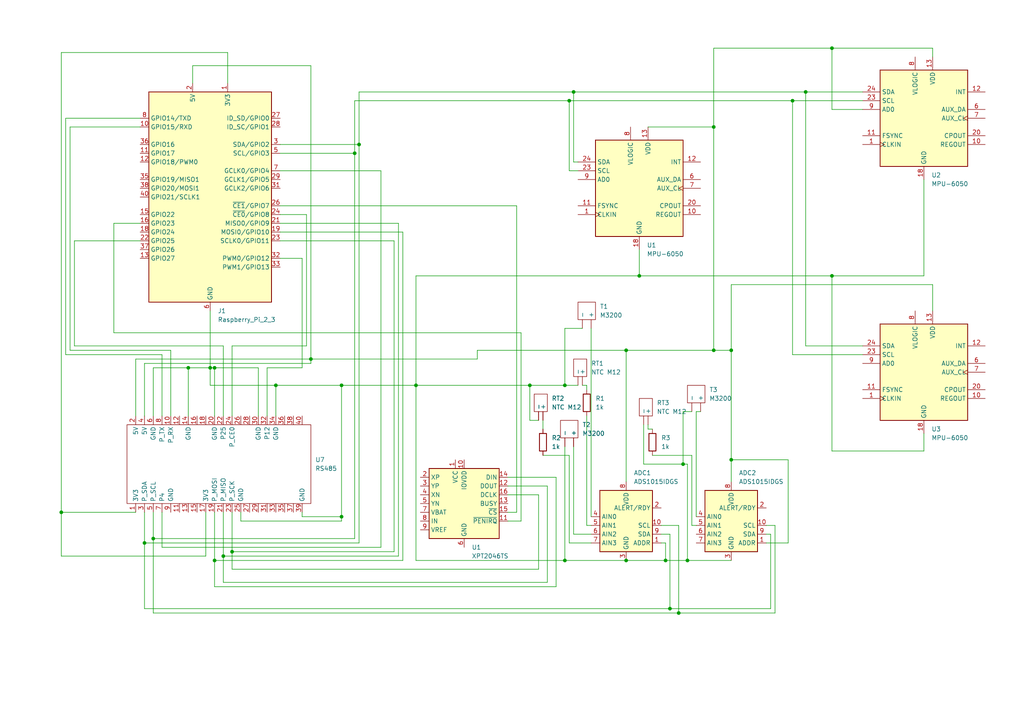
<source format=kicad_sch>
(kicad_sch
	(version 20231120)
	(generator "eeschema")
	(generator_version "8.0")
	(uuid "2bf95f5e-2a2c-4750-a233-d33bdee3c5f3")
	(paper "A4")
	(lib_symbols
		(symbol "Analog_ADC:ADS1015IDGS"
			(exclude_from_sim no)
			(in_bom yes)
			(on_board yes)
			(property "Reference" "U"
				(at 2.54 13.97 0)
				(effects
					(font
						(size 1.27 1.27)
					)
				)
			)
			(property "Value" "ADS1015IDGS"
				(at 7.62 11.43 0)
				(effects
					(font
						(size 1.27 1.27)
					)
				)
			)
			(property "Footprint" "Package_SO:TSSOP-10_3x3mm_P0.5mm"
				(at 0 -12.7 0)
				(effects
					(font
						(size 1.27 1.27)
					)
					(hide yes)
				)
			)
			(property "Datasheet" "http://www.ti.com/lit/ds/symlink/ads1015.pdf"
				(at -1.27 -22.86 0)
				(effects
					(font
						(size 1.27 1.27)
					)
					(hide yes)
				)
			)
			(property "Description" "Ultra-Small, Low-Power, I2C-Compatible, 3.3-kSPS, 12-Bit ADCs With Internal Reference, Oscillator, and Programmable Comparator, VSSOP-10"
				(at 0 0 0)
				(effects
					(font
						(size 1.27 1.27)
					)
					(hide yes)
				)
			)
			(property "ki_keywords" "12 bit 4 channel I2C ADC"
				(at 0 0 0)
				(effects
					(font
						(size 1.27 1.27)
					)
					(hide yes)
				)
			)
			(property "ki_fp_filters" "TSSOP*3x3mm*P0.5mm*"
				(at 0 0 0)
				(effects
					(font
						(size 1.27 1.27)
					)
					(hide yes)
				)
			)
			(symbol "ADS1015IDGS_0_1"
				(rectangle
					(start -7.62 10.16)
					(end 7.62 -7.62)
					(stroke
						(width 0.254)
						(type default)
					)
					(fill
						(type background)
					)
				)
			)
			(symbol "ADS1015IDGS_1_1"
				(pin input line
					(at 10.16 -5.08 180)
					(length 2.54)
					(name "ADDR"
						(effects
							(font
								(size 1.27 1.27)
							)
						)
					)
					(number "1"
						(effects
							(font
								(size 1.27 1.27)
							)
						)
					)
				)
				(pin input line
					(at 10.16 0 180)
					(length 2.54)
					(name "SCL"
						(effects
							(font
								(size 1.27 1.27)
							)
						)
					)
					(number "10"
						(effects
							(font
								(size 1.27 1.27)
							)
						)
					)
				)
				(pin output line
					(at 10.16 5.08 180)
					(length 2.54)
					(name "ALERT/RDY"
						(effects
							(font
								(size 1.27 1.27)
							)
						)
					)
					(number "2"
						(effects
							(font
								(size 1.27 1.27)
							)
						)
					)
				)
				(pin power_in line
					(at 0 -10.16 90)
					(length 2.54)
					(name "GND"
						(effects
							(font
								(size 1.27 1.27)
							)
						)
					)
					(number "3"
						(effects
							(font
								(size 1.27 1.27)
							)
						)
					)
				)
				(pin input line
					(at -10.16 2.54 0)
					(length 2.54)
					(name "AIN0"
						(effects
							(font
								(size 1.27 1.27)
							)
						)
					)
					(number "4"
						(effects
							(font
								(size 1.27 1.27)
							)
						)
					)
				)
				(pin input line
					(at -10.16 0 0)
					(length 2.54)
					(name "AIN1"
						(effects
							(font
								(size 1.27 1.27)
							)
						)
					)
					(number "5"
						(effects
							(font
								(size 1.27 1.27)
							)
						)
					)
				)
				(pin input line
					(at -10.16 -2.54 0)
					(length 2.54)
					(name "AIN2"
						(effects
							(font
								(size 1.27 1.27)
							)
						)
					)
					(number "6"
						(effects
							(font
								(size 1.27 1.27)
							)
						)
					)
				)
				(pin input line
					(at -10.16 -5.08 0)
					(length 2.54)
					(name "AIN3"
						(effects
							(font
								(size 1.27 1.27)
							)
						)
					)
					(number "7"
						(effects
							(font
								(size 1.27 1.27)
							)
						)
					)
				)
				(pin power_in line
					(at 0 12.7 270)
					(length 2.54)
					(name "VDD"
						(effects
							(font
								(size 1.27 1.27)
							)
						)
					)
					(number "8"
						(effects
							(font
								(size 1.27 1.27)
							)
						)
					)
				)
				(pin bidirectional line
					(at 10.16 -2.54 180)
					(length 2.54)
					(name "SDA"
						(effects
							(font
								(size 1.27 1.27)
							)
						)
					)
					(number "9"
						(effects
							(font
								(size 1.27 1.27)
							)
						)
					)
				)
			)
		)
		(symbol "BUTM_JC:M3200"
			(exclude_from_sim no)
			(in_bom yes)
			(on_board yes)
			(property "Reference" "T"
				(at 0 0 0)
				(effects
					(font
						(size 1.27 1.27)
					)
				)
			)
			(property "Value" ""
				(at 0 0 0)
				(effects
					(font
						(size 1.27 1.27)
					)
				)
			)
			(property "Footprint" ""
				(at 0 0 0)
				(effects
					(font
						(size 1.27 1.27)
					)
					(hide yes)
				)
			)
			(property "Datasheet" ""
				(at 0 0 0)
				(effects
					(font
						(size 1.27 1.27)
					)
					(hide yes)
				)
			)
			(property "Description" ""
				(at 0 0 0)
				(effects
					(font
						(size 1.27 1.27)
					)
					(hide yes)
				)
			)
			(symbol "M3200_0_1"
				(rectangle
					(start -2.54 -1.27)
					(end 2.54 -6.35)
					(stroke
						(width 0)
						(type default)
					)
					(fill
						(type none)
					)
				)
			)
			(symbol "M3200_1_1"
				(pin input line
					(at 5.08 -2.54 180)
					(length 2.54)
					(name "+"
						(effects
							(font
								(size 1.27 1.27)
							)
						)
					)
					(number ""
						(effects
							(font
								(size 1.27 1.27)
							)
						)
					)
				)
				(pin output line
					(at 5.08 -5.08 180)
					(length 2.54)
					(name "-"
						(effects
							(font
								(size 1.27 1.27)
							)
						)
					)
					(number ""
						(effects
							(font
								(size 1.27 1.27)
							)
						)
					)
				)
			)
		)
		(symbol "BUTM_JC:NTC_M12"
			(exclude_from_sim no)
			(in_bom yes)
			(on_board yes)
			(property "Reference" "RT"
				(at 0 0 0)
				(effects
					(font
						(size 1.27 1.27)
					)
				)
			)
			(property "Value" ""
				(at 0 0 0)
				(effects
					(font
						(size 1.27 1.27)
					)
				)
			)
			(property "Footprint" ""
				(at 0 0 0)
				(effects
					(font
						(size 1.27 1.27)
					)
					(hide yes)
				)
			)
			(property "Datasheet" ""
				(at 0 0 0)
				(effects
					(font
						(size 1.27 1.27)
					)
					(hide yes)
				)
			)
			(property "Description" ""
				(at 0 0 0)
				(effects
					(font
						(size 1.27 1.27)
					)
					(hide yes)
				)
			)
			(symbol "NTC_M12_0_1"
				(rectangle
					(start -2.54 -1.27)
					(end 2.54 -5.08)
					(stroke
						(width 0)
						(type default)
					)
					(fill
						(type none)
					)
				)
			)
			(symbol "NTC_M12_1_1"
				(pin input line
					(at 5.08 -2.54 180)
					(length 2.54)
					(name "+"
						(effects
							(font
								(size 1.27 1.27)
							)
						)
					)
					(number ""
						(effects
							(font
								(size 1.27 1.27)
							)
						)
					)
				)
				(pin output line
					(at 5.08 -3.81 180)
					(length 2.54)
					(name "-"
						(effects
							(font
								(size 1.27 1.27)
							)
						)
					)
					(number ""
						(effects
							(font
								(size 1.27 1.27)
							)
						)
					)
				)
			)
		)
		(symbol "BUTM_JC:RS485"
			(exclude_from_sim no)
			(in_bom yes)
			(on_board yes)
			(property "Reference" "U"
				(at 0 0 0)
				(effects
					(font
						(size 1.27 1.27)
					)
				)
			)
			(property "Value" ""
				(at 0 0 0)
				(effects
					(font
						(size 1.27 1.27)
					)
				)
			)
			(property "Footprint" ""
				(at 0 0 0)
				(effects
					(font
						(size 1.27 1.27)
					)
					(hide yes)
				)
			)
			(property "Datasheet" ""
				(at 0 0 0)
				(effects
					(font
						(size 1.27 1.27)
					)
					(hide yes)
				)
			)
			(property "Description" ""
				(at 0 0 0)
				(effects
					(font
						(size 1.27 1.27)
					)
					(hide yes)
				)
			)
			(symbol "RS485_0_1"
				(rectangle
					(start -11.43 -1.27)
					(end 11.43 -54.61)
					(stroke
						(width 0)
						(type default)
					)
					(fill
						(type none)
					)
				)
			)
			(symbol "RS485_1_1"
				(pin input line
					(at -13.97 -3.81 0)
					(length 2.54)
					(name "3V3"
						(effects
							(font
								(size 1.27 1.27)
							)
						)
					)
					(number "1"
						(effects
							(font
								(size 1.27 1.27)
							)
						)
					)
				)
				(pin input line
					(at 13.97 -13.97 180)
					(length 2.54)
					(name "P_RX"
						(effects
							(font
								(size 1.27 1.27)
							)
						)
					)
					(number "10"
						(effects
							(font
								(size 1.27 1.27)
							)
						)
					)
				)
				(pin input line
					(at -13.97 -16.51 0)
					(length 2.54)
					(name ""
						(effects
							(font
								(size 1.27 1.27)
							)
						)
					)
					(number "11"
						(effects
							(font
								(size 1.27 1.27)
							)
						)
					)
				)
				(pin input line
					(at 13.97 -16.51 180)
					(length 2.54)
					(name ""
						(effects
							(font
								(size 1.27 1.27)
							)
						)
					)
					(number "12"
						(effects
							(font
								(size 1.27 1.27)
							)
						)
					)
				)
				(pin input line
					(at -13.97 -19.05 0)
					(length 2.54)
					(name ""
						(effects
							(font
								(size 1.27 1.27)
							)
						)
					)
					(number "13"
						(effects
							(font
								(size 1.27 1.27)
							)
						)
					)
				)
				(pin input line
					(at 13.97 -19.05 180)
					(length 2.54)
					(name "GND"
						(effects
							(font
								(size 1.27 1.27)
							)
						)
					)
					(number "14"
						(effects
							(font
								(size 1.27 1.27)
							)
						)
					)
				)
				(pin input line
					(at -13.97 -21.59 0)
					(length 2.54)
					(name ""
						(effects
							(font
								(size 1.27 1.27)
							)
						)
					)
					(number "15"
						(effects
							(font
								(size 1.27 1.27)
							)
						)
					)
				)
				(pin input line
					(at 13.97 -21.59 180)
					(length 2.54)
					(name ""
						(effects
							(font
								(size 1.27 1.27)
							)
						)
					)
					(number "16"
						(effects
							(font
								(size 1.27 1.27)
							)
						)
					)
				)
				(pin input line
					(at -13.97 -24.13 0)
					(length 2.54)
					(name "3V3"
						(effects
							(font
								(size 1.27 1.27)
							)
						)
					)
					(number "17"
						(effects
							(font
								(size 1.27 1.27)
							)
						)
					)
				)
				(pin input line
					(at 13.97 -24.13 180)
					(length 2.54)
					(name ""
						(effects
							(font
								(size 1.27 1.27)
							)
						)
					)
					(number "18"
						(effects
							(font
								(size 1.27 1.27)
							)
						)
					)
				)
				(pin input line
					(at -13.97 -26.67 0)
					(length 2.54)
					(name "P_MOSI"
						(effects
							(font
								(size 1.27 1.27)
							)
						)
					)
					(number "19"
						(effects
							(font
								(size 1.27 1.27)
							)
						)
					)
				)
				(pin input line
					(at 13.97 -3.81 180)
					(length 2.54)
					(name "5V"
						(effects
							(font
								(size 1.27 1.27)
							)
						)
					)
					(number "2"
						(effects
							(font
								(size 1.27 1.27)
							)
						)
					)
				)
				(pin input line
					(at 13.97 -26.67 180)
					(length 2.54)
					(name "GND"
						(effects
							(font
								(size 1.27 1.27)
							)
						)
					)
					(number "20"
						(effects
							(font
								(size 1.27 1.27)
							)
						)
					)
				)
				(pin input line
					(at -13.97 -29.21 0)
					(length 2.54)
					(name "P_MISO"
						(effects
							(font
								(size 1.27 1.27)
							)
						)
					)
					(number "21"
						(effects
							(font
								(size 1.27 1.27)
							)
						)
					)
				)
				(pin input line
					(at 13.97 -29.21 180)
					(length 2.54)
					(name "P25"
						(effects
							(font
								(size 1.27 1.27)
							)
						)
					)
					(number "22"
						(effects
							(font
								(size 1.27 1.27)
							)
						)
					)
				)
				(pin input line
					(at -13.97 -31.75 0)
					(length 2.54)
					(name "P_SCK"
						(effects
							(font
								(size 1.27 1.27)
							)
						)
					)
					(number "23"
						(effects
							(font
								(size 1.27 1.27)
							)
						)
					)
				)
				(pin input line
					(at 13.97 -31.75 180)
					(length 2.54)
					(name "P_CE0"
						(effects
							(font
								(size 1.27 1.27)
							)
						)
					)
					(number "24"
						(effects
							(font
								(size 1.27 1.27)
							)
						)
					)
				)
				(pin input line
					(at -13.97 -34.29 0)
					(length 2.54)
					(name "GND"
						(effects
							(font
								(size 1.27 1.27)
							)
						)
					)
					(number "25"
						(effects
							(font
								(size 1.27 1.27)
							)
						)
					)
				)
				(pin input line
					(at 13.97 -34.29 180)
					(length 2.54)
					(name ""
						(effects
							(font
								(size 1.27 1.27)
							)
						)
					)
					(number "26"
						(effects
							(font
								(size 1.27 1.27)
							)
						)
					)
				)
				(pin input line
					(at -13.97 -36.83 0)
					(length 2.54)
					(name ""
						(effects
							(font
								(size 1.27 1.27)
							)
						)
					)
					(number "27"
						(effects
							(font
								(size 1.27 1.27)
							)
						)
					)
				)
				(pin input line
					(at 13.97 -36.83 180)
					(length 2.54)
					(name ""
						(effects
							(font
								(size 1.27 1.27)
							)
						)
					)
					(number "28"
						(effects
							(font
								(size 1.27 1.27)
							)
						)
					)
				)
				(pin input line
					(at -13.97 -39.37 0)
					(length 2.54)
					(name ""
						(effects
							(font
								(size 1.27 1.27)
							)
						)
					)
					(number "29"
						(effects
							(font
								(size 1.27 1.27)
							)
						)
					)
				)
				(pin input line
					(at -13.97 -6.35 0)
					(length 2.54)
					(name "P_SDA"
						(effects
							(font
								(size 1.27 1.27)
							)
						)
					)
					(number "3"
						(effects
							(font
								(size 1.27 1.27)
							)
						)
					)
				)
				(pin input line
					(at 13.97 -39.37 180)
					(length 2.54)
					(name "GND"
						(effects
							(font
								(size 1.27 1.27)
							)
						)
					)
					(number "30"
						(effects
							(font
								(size 1.27 1.27)
							)
						)
					)
				)
				(pin input line
					(at -13.97 -41.91 0)
					(length 2.54)
					(name ""
						(effects
							(font
								(size 1.27 1.27)
							)
						)
					)
					(number "31"
						(effects
							(font
								(size 1.27 1.27)
							)
						)
					)
				)
				(pin input line
					(at 13.97 -41.91 180)
					(length 2.54)
					(name "P12"
						(effects
							(font
								(size 1.27 1.27)
							)
						)
					)
					(number "32"
						(effects
							(font
								(size 1.27 1.27)
							)
						)
					)
				)
				(pin input line
					(at -13.97 -44.45 0)
					(length 2.54)
					(name ""
						(effects
							(font
								(size 1.27 1.27)
							)
						)
					)
					(number "33"
						(effects
							(font
								(size 1.27 1.27)
							)
						)
					)
				)
				(pin input line
					(at 13.97 -44.45 180)
					(length 2.54)
					(name "GND"
						(effects
							(font
								(size 1.27 1.27)
							)
						)
					)
					(number "34"
						(effects
							(font
								(size 1.27 1.27)
							)
						)
					)
				)
				(pin input line
					(at -13.97 -46.99 0)
					(length 2.54)
					(name ""
						(effects
							(font
								(size 1.27 1.27)
							)
						)
					)
					(number "35"
						(effects
							(font
								(size 1.27 1.27)
							)
						)
					)
				)
				(pin input line
					(at 13.97 -46.99 180)
					(length 2.54)
					(name ""
						(effects
							(font
								(size 1.27 1.27)
							)
						)
					)
					(number "36"
						(effects
							(font
								(size 1.27 1.27)
							)
						)
					)
				)
				(pin input line
					(at -13.97 -49.53 0)
					(length 2.54)
					(name ""
						(effects
							(font
								(size 1.27 1.27)
							)
						)
					)
					(number "37"
						(effects
							(font
								(size 1.27 1.27)
							)
						)
					)
				)
				(pin input line
					(at 13.97 -49.53 180)
					(length 2.54)
					(name ""
						(effects
							(font
								(size 1.27 1.27)
							)
						)
					)
					(number "38"
						(effects
							(font
								(size 1.27 1.27)
							)
						)
					)
				)
				(pin input line
					(at -13.97 -52.07 0)
					(length 2.54)
					(name "GND"
						(effects
							(font
								(size 1.27 1.27)
							)
						)
					)
					(number "39"
						(effects
							(font
								(size 1.27 1.27)
							)
						)
					)
				)
				(pin input line
					(at 13.97 -6.35 180)
					(length 2.54)
					(name "5V"
						(effects
							(font
								(size 1.27 1.27)
							)
						)
					)
					(number "4"
						(effects
							(font
								(size 1.27 1.27)
							)
						)
					)
				)
				(pin input line
					(at 13.97 -52.07 180)
					(length 2.54)
					(name ""
						(effects
							(font
								(size 1.27 1.27)
							)
						)
					)
					(number "40"
						(effects
							(font
								(size 1.27 1.27)
							)
						)
					)
				)
				(pin input line
					(at -13.97 -8.89 0)
					(length 2.54)
					(name "P_SCL"
						(effects
							(font
								(size 1.27 1.27)
							)
						)
					)
					(number "5"
						(effects
							(font
								(size 1.27 1.27)
							)
						)
					)
				)
				(pin input line
					(at 13.97 -8.89 180)
					(length 2.54)
					(name "GND"
						(effects
							(font
								(size 1.27 1.27)
							)
						)
					)
					(number "6"
						(effects
							(font
								(size 1.27 1.27)
							)
						)
					)
				)
				(pin input line
					(at -13.97 -11.43 0)
					(length 2.54)
					(name "P4"
						(effects
							(font
								(size 1.27 1.27)
							)
						)
					)
					(number "7"
						(effects
							(font
								(size 1.27 1.27)
							)
						)
					)
				)
				(pin input line
					(at 13.97 -11.43 180)
					(length 2.54)
					(name "P_TX"
						(effects
							(font
								(size 1.27 1.27)
							)
						)
					)
					(number "8"
						(effects
							(font
								(size 1.27 1.27)
							)
						)
					)
				)
				(pin input line
					(at -13.97 -13.97 0)
					(length 2.54)
					(name "GND"
						(effects
							(font
								(size 1.27 1.27)
							)
						)
					)
					(number "9"
						(effects
							(font
								(size 1.27 1.27)
							)
						)
					)
				)
			)
		)
		(symbol "Connector:Raspberry_Pi_2_3"
			(exclude_from_sim no)
			(in_bom yes)
			(on_board yes)
			(property "Reference" "J"
				(at -17.78 31.75 0)
				(effects
					(font
						(size 1.27 1.27)
					)
					(justify left bottom)
				)
			)
			(property "Value" "Raspberry_Pi_2_3"
				(at 10.16 -31.75 0)
				(effects
					(font
						(size 1.27 1.27)
					)
					(justify left top)
				)
			)
			(property "Footprint" ""
				(at 0 0 0)
				(effects
					(font
						(size 1.27 1.27)
					)
					(hide yes)
				)
			)
			(property "Datasheet" "https://www.raspberrypi.org/documentation/hardware/raspberrypi/schematics/rpi_SCH_3bplus_1p0_reduced.pdf"
				(at 60.96 -44.45 0)
				(effects
					(font
						(size 1.27 1.27)
					)
					(hide yes)
				)
			)
			(property "Description" "expansion header for Raspberry Pi 2 & 3"
				(at 0 0 0)
				(effects
					(font
						(size 1.27 1.27)
					)
					(hide yes)
				)
			)
			(property "ki_keywords" "raspberrypi gpio"
				(at 0 0 0)
				(effects
					(font
						(size 1.27 1.27)
					)
					(hide yes)
				)
			)
			(property "ki_fp_filters" "PinHeader*2x20*P2.54mm*Vertical* PinSocket*2x20*P2.54mm*Vertical*"
				(at 0 0 0)
				(effects
					(font
						(size 1.27 1.27)
					)
					(hide yes)
				)
			)
			(symbol "Raspberry_Pi_2_3_0_1"
				(rectangle
					(start -17.78 30.48)
					(end 17.78 -30.48)
					(stroke
						(width 0.254)
						(type default)
					)
					(fill
						(type background)
					)
				)
			)
			(symbol "Raspberry_Pi_2_3_1_1"
				(pin power_in line
					(at 5.08 33.02 270)
					(length 2.54)
					(name "3V3"
						(effects
							(font
								(size 1.27 1.27)
							)
						)
					)
					(number "1"
						(effects
							(font
								(size 1.27 1.27)
							)
						)
					)
				)
				(pin bidirectional line
					(at -20.32 20.32 0)
					(length 2.54)
					(name "GPIO15/RXD"
						(effects
							(font
								(size 1.27 1.27)
							)
						)
					)
					(number "10"
						(effects
							(font
								(size 1.27 1.27)
							)
						)
					)
				)
				(pin bidirectional line
					(at -20.32 12.7 0)
					(length 2.54)
					(name "GPIO17"
						(effects
							(font
								(size 1.27 1.27)
							)
						)
					)
					(number "11"
						(effects
							(font
								(size 1.27 1.27)
							)
						)
					)
				)
				(pin bidirectional line
					(at -20.32 10.16 0)
					(length 2.54)
					(name "GPIO18/PWM0"
						(effects
							(font
								(size 1.27 1.27)
							)
						)
					)
					(number "12"
						(effects
							(font
								(size 1.27 1.27)
							)
						)
					)
				)
				(pin bidirectional line
					(at -20.32 -17.78 0)
					(length 2.54)
					(name "GPIO27"
						(effects
							(font
								(size 1.27 1.27)
							)
						)
					)
					(number "13"
						(effects
							(font
								(size 1.27 1.27)
							)
						)
					)
				)
				(pin passive line
					(at 0 -33.02 90)
					(length 2.54) hide
					(name "GND"
						(effects
							(font
								(size 1.27 1.27)
							)
						)
					)
					(number "14"
						(effects
							(font
								(size 1.27 1.27)
							)
						)
					)
				)
				(pin bidirectional line
					(at -20.32 -5.08 0)
					(length 2.54)
					(name "GPIO22"
						(effects
							(font
								(size 1.27 1.27)
							)
						)
					)
					(number "15"
						(effects
							(font
								(size 1.27 1.27)
							)
						)
					)
				)
				(pin bidirectional line
					(at -20.32 -7.62 0)
					(length 2.54)
					(name "GPIO23"
						(effects
							(font
								(size 1.27 1.27)
							)
						)
					)
					(number "16"
						(effects
							(font
								(size 1.27 1.27)
							)
						)
					)
				)
				(pin passive line
					(at 5.08 33.02 270)
					(length 2.54) hide
					(name "3V3"
						(effects
							(font
								(size 1.27 1.27)
							)
						)
					)
					(number "17"
						(effects
							(font
								(size 1.27 1.27)
							)
						)
					)
				)
				(pin bidirectional line
					(at -20.32 -10.16 0)
					(length 2.54)
					(name "GPIO24"
						(effects
							(font
								(size 1.27 1.27)
							)
						)
					)
					(number "18"
						(effects
							(font
								(size 1.27 1.27)
							)
						)
					)
				)
				(pin bidirectional line
					(at 20.32 -10.16 180)
					(length 2.54)
					(name "MOSI0/GPIO10"
						(effects
							(font
								(size 1.27 1.27)
							)
						)
					)
					(number "19"
						(effects
							(font
								(size 1.27 1.27)
							)
						)
					)
				)
				(pin power_in line
					(at -5.08 33.02 270)
					(length 2.54)
					(name "5V"
						(effects
							(font
								(size 1.27 1.27)
							)
						)
					)
					(number "2"
						(effects
							(font
								(size 1.27 1.27)
							)
						)
					)
				)
				(pin passive line
					(at 0 -33.02 90)
					(length 2.54) hide
					(name "GND"
						(effects
							(font
								(size 1.27 1.27)
							)
						)
					)
					(number "20"
						(effects
							(font
								(size 1.27 1.27)
							)
						)
					)
				)
				(pin bidirectional line
					(at 20.32 -7.62 180)
					(length 2.54)
					(name "MISO0/GPIO9"
						(effects
							(font
								(size 1.27 1.27)
							)
						)
					)
					(number "21"
						(effects
							(font
								(size 1.27 1.27)
							)
						)
					)
				)
				(pin bidirectional line
					(at -20.32 -12.7 0)
					(length 2.54)
					(name "GPIO25"
						(effects
							(font
								(size 1.27 1.27)
							)
						)
					)
					(number "22"
						(effects
							(font
								(size 1.27 1.27)
							)
						)
					)
				)
				(pin bidirectional line
					(at 20.32 -12.7 180)
					(length 2.54)
					(name "SCLK0/GPIO11"
						(effects
							(font
								(size 1.27 1.27)
							)
						)
					)
					(number "23"
						(effects
							(font
								(size 1.27 1.27)
							)
						)
					)
				)
				(pin bidirectional line
					(at 20.32 -5.08 180)
					(length 2.54)
					(name "~{CE0}/GPIO8"
						(effects
							(font
								(size 1.27 1.27)
							)
						)
					)
					(number "24"
						(effects
							(font
								(size 1.27 1.27)
							)
						)
					)
				)
				(pin passive line
					(at 0 -33.02 90)
					(length 2.54) hide
					(name "GND"
						(effects
							(font
								(size 1.27 1.27)
							)
						)
					)
					(number "25"
						(effects
							(font
								(size 1.27 1.27)
							)
						)
					)
				)
				(pin bidirectional line
					(at 20.32 -2.54 180)
					(length 2.54)
					(name "~{CE1}/GPIO7"
						(effects
							(font
								(size 1.27 1.27)
							)
						)
					)
					(number "26"
						(effects
							(font
								(size 1.27 1.27)
							)
						)
					)
				)
				(pin bidirectional line
					(at 20.32 22.86 180)
					(length 2.54)
					(name "ID_SD/GPIO0"
						(effects
							(font
								(size 1.27 1.27)
							)
						)
					)
					(number "27"
						(effects
							(font
								(size 1.27 1.27)
							)
						)
					)
				)
				(pin bidirectional line
					(at 20.32 20.32 180)
					(length 2.54)
					(name "ID_SC/GPIO1"
						(effects
							(font
								(size 1.27 1.27)
							)
						)
					)
					(number "28"
						(effects
							(font
								(size 1.27 1.27)
							)
						)
					)
				)
				(pin bidirectional line
					(at 20.32 5.08 180)
					(length 2.54)
					(name "GCLK1/GPIO5"
						(effects
							(font
								(size 1.27 1.27)
							)
						)
					)
					(number "29"
						(effects
							(font
								(size 1.27 1.27)
							)
						)
					)
				)
				(pin bidirectional line
					(at 20.32 15.24 180)
					(length 2.54)
					(name "SDA/GPIO2"
						(effects
							(font
								(size 1.27 1.27)
							)
						)
					)
					(number "3"
						(effects
							(font
								(size 1.27 1.27)
							)
						)
					)
				)
				(pin passive line
					(at 0 -33.02 90)
					(length 2.54) hide
					(name "GND"
						(effects
							(font
								(size 1.27 1.27)
							)
						)
					)
					(number "30"
						(effects
							(font
								(size 1.27 1.27)
							)
						)
					)
				)
				(pin bidirectional line
					(at 20.32 2.54 180)
					(length 2.54)
					(name "GCLK2/GPIO6"
						(effects
							(font
								(size 1.27 1.27)
							)
						)
					)
					(number "31"
						(effects
							(font
								(size 1.27 1.27)
							)
						)
					)
				)
				(pin bidirectional line
					(at 20.32 -17.78 180)
					(length 2.54)
					(name "PWM0/GPIO12"
						(effects
							(font
								(size 1.27 1.27)
							)
						)
					)
					(number "32"
						(effects
							(font
								(size 1.27 1.27)
							)
						)
					)
				)
				(pin bidirectional line
					(at 20.32 -20.32 180)
					(length 2.54)
					(name "PWM1/GPIO13"
						(effects
							(font
								(size 1.27 1.27)
							)
						)
					)
					(number "33"
						(effects
							(font
								(size 1.27 1.27)
							)
						)
					)
				)
				(pin passive line
					(at 0 -33.02 90)
					(length 2.54) hide
					(name "GND"
						(effects
							(font
								(size 1.27 1.27)
							)
						)
					)
					(number "34"
						(effects
							(font
								(size 1.27 1.27)
							)
						)
					)
				)
				(pin bidirectional line
					(at -20.32 5.08 0)
					(length 2.54)
					(name "GPIO19/MISO1"
						(effects
							(font
								(size 1.27 1.27)
							)
						)
					)
					(number "35"
						(effects
							(font
								(size 1.27 1.27)
							)
						)
					)
				)
				(pin bidirectional line
					(at -20.32 15.24 0)
					(length 2.54)
					(name "GPIO16"
						(effects
							(font
								(size 1.27 1.27)
							)
						)
					)
					(number "36"
						(effects
							(font
								(size 1.27 1.27)
							)
						)
					)
				)
				(pin bidirectional line
					(at -20.32 -15.24 0)
					(length 2.54)
					(name "GPIO26"
						(effects
							(font
								(size 1.27 1.27)
							)
						)
					)
					(number "37"
						(effects
							(font
								(size 1.27 1.27)
							)
						)
					)
				)
				(pin bidirectional line
					(at -20.32 2.54 0)
					(length 2.54)
					(name "GPIO20/MOSI1"
						(effects
							(font
								(size 1.27 1.27)
							)
						)
					)
					(number "38"
						(effects
							(font
								(size 1.27 1.27)
							)
						)
					)
				)
				(pin passive line
					(at 0 -33.02 90)
					(length 2.54) hide
					(name "GND"
						(effects
							(font
								(size 1.27 1.27)
							)
						)
					)
					(number "39"
						(effects
							(font
								(size 1.27 1.27)
							)
						)
					)
				)
				(pin passive line
					(at -5.08 33.02 270)
					(length 2.54) hide
					(name "5V"
						(effects
							(font
								(size 1.27 1.27)
							)
						)
					)
					(number "4"
						(effects
							(font
								(size 1.27 1.27)
							)
						)
					)
				)
				(pin bidirectional line
					(at -20.32 0 0)
					(length 2.54)
					(name "GPIO21/SCLK1"
						(effects
							(font
								(size 1.27 1.27)
							)
						)
					)
					(number "40"
						(effects
							(font
								(size 1.27 1.27)
							)
						)
					)
				)
				(pin bidirectional line
					(at 20.32 12.7 180)
					(length 2.54)
					(name "SCL/GPIO3"
						(effects
							(font
								(size 1.27 1.27)
							)
						)
					)
					(number "5"
						(effects
							(font
								(size 1.27 1.27)
							)
						)
					)
				)
				(pin power_in line
					(at 0 -33.02 90)
					(length 2.54)
					(name "GND"
						(effects
							(font
								(size 1.27 1.27)
							)
						)
					)
					(number "6"
						(effects
							(font
								(size 1.27 1.27)
							)
						)
					)
				)
				(pin bidirectional line
					(at 20.32 7.62 180)
					(length 2.54)
					(name "GCLK0/GPIO4"
						(effects
							(font
								(size 1.27 1.27)
							)
						)
					)
					(number "7"
						(effects
							(font
								(size 1.27 1.27)
							)
						)
					)
				)
				(pin bidirectional line
					(at -20.32 22.86 0)
					(length 2.54)
					(name "GPIO14/TXD"
						(effects
							(font
								(size 1.27 1.27)
							)
						)
					)
					(number "8"
						(effects
							(font
								(size 1.27 1.27)
							)
						)
					)
				)
				(pin passive line
					(at 0 -33.02 90)
					(length 2.54) hide
					(name "GND"
						(effects
							(font
								(size 1.27 1.27)
							)
						)
					)
					(number "9"
						(effects
							(font
								(size 1.27 1.27)
							)
						)
					)
				)
			)
		)
		(symbol "Device:R"
			(pin_numbers hide)
			(pin_names
				(offset 0)
			)
			(exclude_from_sim no)
			(in_bom yes)
			(on_board yes)
			(property "Reference" "R"
				(at 2.032 0 90)
				(effects
					(font
						(size 1.27 1.27)
					)
				)
			)
			(property "Value" "R"
				(at 0 0 90)
				(effects
					(font
						(size 1.27 1.27)
					)
				)
			)
			(property "Footprint" ""
				(at -1.778 0 90)
				(effects
					(font
						(size 1.27 1.27)
					)
					(hide yes)
				)
			)
			(property "Datasheet" "~"
				(at 0 0 0)
				(effects
					(font
						(size 1.27 1.27)
					)
					(hide yes)
				)
			)
			(property "Description" "Resistor"
				(at 0 0 0)
				(effects
					(font
						(size 1.27 1.27)
					)
					(hide yes)
				)
			)
			(property "ki_keywords" "R res resistor"
				(at 0 0 0)
				(effects
					(font
						(size 1.27 1.27)
					)
					(hide yes)
				)
			)
			(property "ki_fp_filters" "R_*"
				(at 0 0 0)
				(effects
					(font
						(size 1.27 1.27)
					)
					(hide yes)
				)
			)
			(symbol "R_0_1"
				(rectangle
					(start -1.016 -2.54)
					(end 1.016 2.54)
					(stroke
						(width 0.254)
						(type default)
					)
					(fill
						(type none)
					)
				)
			)
			(symbol "R_1_1"
				(pin passive line
					(at 0 3.81 270)
					(length 1.27)
					(name "~"
						(effects
							(font
								(size 1.27 1.27)
							)
						)
					)
					(number "1"
						(effects
							(font
								(size 1.27 1.27)
							)
						)
					)
				)
				(pin passive line
					(at 0 -3.81 90)
					(length 1.27)
					(name "~"
						(effects
							(font
								(size 1.27 1.27)
							)
						)
					)
					(number "2"
						(effects
							(font
								(size 1.27 1.27)
							)
						)
					)
				)
			)
		)
		(symbol "Driver_Display:XPT2046TS"
			(exclude_from_sim no)
			(in_bom yes)
			(on_board yes)
			(property "Reference" "U"
				(at -8.89 11.43 0)
				(effects
					(font
						(size 1.27 1.27)
					)
				)
			)
			(property "Value" "XPT2046TS"
				(at 3.81 11.43 0)
				(effects
					(font
						(size 1.27 1.27)
					)
					(justify left)
				)
			)
			(property "Footprint" "Package_SO:TSSOP-16_4.4x5mm_P0.65mm"
				(at 0 -15.24 0)
				(effects
					(font
						(size 1.27 1.27)
						(italic yes)
					)
					(hide yes)
				)
			)
			(property "Datasheet" "http://www.xptek.cn/uploadfile/download/201707171401161883.pdf"
				(at 5.08 -13.97 0)
				(effects
					(font
						(size 1.27 1.27)
					)
					(hide yes)
				)
			)
			(property "Description" "Single-supply, 12bit, 4 ch, touch screen driver, 2.2 - 5.25 VDD, -40 to +85 C, QSPI, SPI, 3-wire serial interface, TSSOP-16"
				(at 0 0 0)
				(effects
					(font
						(size 1.27 1.27)
					)
					(hide yes)
				)
			)
			(property "ki_keywords" "Single-supply, 12bit, 4 ch, touch screen driver, 2.2 - 5.25 VDD, -40 to +85 C, QSPI, SPI, 3-wire serial interface, TSSOP-16"
				(at 0 0 0)
				(effects
					(font
						(size 1.27 1.27)
					)
					(hide yes)
				)
			)
			(property "ki_fp_filters" "*TSSOP*4.4x5mm*P0.65mm*"
				(at 0 0 0)
				(effects
					(font
						(size 1.27 1.27)
					)
					(hide yes)
				)
			)
			(symbol "XPT2046TS_0_1"
				(rectangle
					(start -10.16 10.16)
					(end 10.16 -10.16)
					(stroke
						(width 0.254)
						(type default)
					)
					(fill
						(type background)
					)
				)
			)
			(symbol "XPT2046TS_1_1"
				(pin power_in line
					(at -2.54 12.7 270)
					(length 2.54)
					(name "VCC"
						(effects
							(font
								(size 1.27 1.27)
							)
						)
					)
					(number "1"
						(effects
							(font
								(size 1.27 1.27)
							)
						)
					)
				)
				(pin power_in line
					(at 0 12.7 270)
					(length 2.54)
					(name "IOVDD"
						(effects
							(font
								(size 1.27 1.27)
							)
						)
					)
					(number "10"
						(effects
							(font
								(size 1.27 1.27)
							)
						)
					)
				)
				(pin open_collector line
					(at 12.7 -5.08 180)
					(length 2.54)
					(name "~{PENIRQ}"
						(effects
							(font
								(size 1.27 1.27)
							)
						)
					)
					(number "11"
						(effects
							(font
								(size 1.27 1.27)
							)
						)
					)
				)
				(pin output line
					(at 12.7 5.08 180)
					(length 2.54)
					(name "DOUT"
						(effects
							(font
								(size 1.27 1.27)
							)
						)
					)
					(number "12"
						(effects
							(font
								(size 1.27 1.27)
							)
						)
					)
				)
				(pin output line
					(at 12.7 0 180)
					(length 2.54)
					(name "BUSY"
						(effects
							(font
								(size 1.27 1.27)
							)
						)
					)
					(number "13"
						(effects
							(font
								(size 1.27 1.27)
							)
						)
					)
				)
				(pin input line
					(at 12.7 7.62 180)
					(length 2.54)
					(name "DIN"
						(effects
							(font
								(size 1.27 1.27)
							)
						)
					)
					(number "14"
						(effects
							(font
								(size 1.27 1.27)
							)
						)
					)
				)
				(pin input line
					(at 12.7 -2.54 180)
					(length 2.54)
					(name "~{CS}"
						(effects
							(font
								(size 1.27 1.27)
							)
						)
					)
					(number "15"
						(effects
							(font
								(size 1.27 1.27)
							)
						)
					)
				)
				(pin input line
					(at 12.7 2.54 180)
					(length 2.54)
					(name "DCLK"
						(effects
							(font
								(size 1.27 1.27)
							)
						)
					)
					(number "16"
						(effects
							(font
								(size 1.27 1.27)
							)
						)
					)
				)
				(pin input line
					(at -12.7 7.62 0)
					(length 2.54)
					(name "XP"
						(effects
							(font
								(size 1.27 1.27)
							)
						)
					)
					(number "2"
						(effects
							(font
								(size 1.27 1.27)
							)
						)
					)
				)
				(pin input line
					(at -12.7 5.08 0)
					(length 2.54)
					(name "YP"
						(effects
							(font
								(size 1.27 1.27)
							)
						)
					)
					(number "3"
						(effects
							(font
								(size 1.27 1.27)
							)
						)
					)
				)
				(pin input line
					(at -12.7 2.54 0)
					(length 2.54)
					(name "XN"
						(effects
							(font
								(size 1.27 1.27)
							)
						)
					)
					(number "4"
						(effects
							(font
								(size 1.27 1.27)
							)
						)
					)
				)
				(pin input line
					(at -12.7 0 0)
					(length 2.54)
					(name "YN"
						(effects
							(font
								(size 1.27 1.27)
							)
						)
					)
					(number "5"
						(effects
							(font
								(size 1.27 1.27)
							)
						)
					)
				)
				(pin power_in line
					(at 0 -12.7 90)
					(length 2.54)
					(name "GND"
						(effects
							(font
								(size 1.27 1.27)
							)
						)
					)
					(number "6"
						(effects
							(font
								(size 1.27 1.27)
							)
						)
					)
				)
				(pin power_in line
					(at -12.7 -2.54 0)
					(length 2.54)
					(name "VBAT"
						(effects
							(font
								(size 1.27 1.27)
							)
						)
					)
					(number "7"
						(effects
							(font
								(size 1.27 1.27)
							)
						)
					)
				)
				(pin input line
					(at -12.7 -5.08 0)
					(length 2.54)
					(name "IN"
						(effects
							(font
								(size 1.27 1.27)
							)
						)
					)
					(number "8"
						(effects
							(font
								(size 1.27 1.27)
							)
						)
					)
				)
				(pin bidirectional line
					(at -12.7 -7.62 0)
					(length 2.54)
					(name "VREF"
						(effects
							(font
								(size 1.27 1.27)
							)
						)
					)
					(number "9"
						(effects
							(font
								(size 1.27 1.27)
							)
						)
					)
				)
			)
		)
		(symbol "Sensor_Motion:MPU-6050"
			(exclude_from_sim no)
			(in_bom yes)
			(on_board yes)
			(property "Reference" "U"
				(at -11.43 13.97 0)
				(effects
					(font
						(size 1.27 1.27)
					)
				)
			)
			(property "Value" "MPU-6050"
				(at 7.62 -15.24 0)
				(effects
					(font
						(size 1.27 1.27)
					)
				)
			)
			(property "Footprint" "Sensor_Motion:InvenSense_QFN-24_4x4mm_P0.5mm"
				(at 0 -20.32 0)
				(effects
					(font
						(size 1.27 1.27)
					)
					(hide yes)
				)
			)
			(property "Datasheet" "https://invensense.tdk.com/wp-content/uploads/2015/02/MPU-6000-Datasheet1.pdf"
				(at 0 -3.81 0)
				(effects
					(font
						(size 1.27 1.27)
					)
					(hide yes)
				)
			)
			(property "Description" "InvenSense 6-Axis Motion Sensor, Gyroscope, Accelerometer, I2C"
				(at 0 0 0)
				(effects
					(font
						(size 1.27 1.27)
					)
					(hide yes)
				)
			)
			(property "ki_keywords" "mems"
				(at 0 0 0)
				(effects
					(font
						(size 1.27 1.27)
					)
					(hide yes)
				)
			)
			(property "ki_fp_filters" "*QFN*4x4mm*P0.5mm*"
				(at 0 0 0)
				(effects
					(font
						(size 1.27 1.27)
					)
					(hide yes)
				)
			)
			(symbol "MPU-6050_0_0"
				(text ""
					(at 12.7 -2.54 0)
					(effects
						(font
							(size 1.27 1.27)
						)
					)
				)
			)
			(symbol "MPU-6050_0_1"
				(rectangle
					(start -12.7 13.97)
					(end 12.7 -13.97)
					(stroke
						(width 0.254)
						(type default)
					)
					(fill
						(type background)
					)
				)
			)
			(symbol "MPU-6050_1_1"
				(pin input clock
					(at -17.78 -7.62 0)
					(length 5.08)
					(name "CLKIN"
						(effects
							(font
								(size 1.27 1.27)
							)
						)
					)
					(number "1"
						(effects
							(font
								(size 1.27 1.27)
							)
						)
					)
				)
				(pin passive line
					(at 17.78 -7.62 180)
					(length 5.08)
					(name "REGOUT"
						(effects
							(font
								(size 1.27 1.27)
							)
						)
					)
					(number "10"
						(effects
							(font
								(size 1.27 1.27)
							)
						)
					)
				)
				(pin input line
					(at -17.78 -5.08 0)
					(length 5.08)
					(name "FSYNC"
						(effects
							(font
								(size 1.27 1.27)
							)
						)
					)
					(number "11"
						(effects
							(font
								(size 1.27 1.27)
							)
						)
					)
				)
				(pin output line
					(at 17.78 7.62 180)
					(length 5.08)
					(name "INT"
						(effects
							(font
								(size 1.27 1.27)
							)
						)
					)
					(number "12"
						(effects
							(font
								(size 1.27 1.27)
							)
						)
					)
				)
				(pin power_in line
					(at 2.54 17.78 270)
					(length 3.81)
					(name "VDD"
						(effects
							(font
								(size 1.27 1.27)
							)
						)
					)
					(number "13"
						(effects
							(font
								(size 1.27 1.27)
							)
						)
					)
				)
				(pin no_connect line
					(at -12.7 -10.16 0)
					(length 2.54) hide
					(name "NC"
						(effects
							(font
								(size 1.27 1.27)
							)
						)
					)
					(number "14"
						(effects
							(font
								(size 1.27 1.27)
							)
						)
					)
				)
				(pin no_connect line
					(at 12.7 12.7 180)
					(length 2.54) hide
					(name "NC"
						(effects
							(font
								(size 1.27 1.27)
							)
						)
					)
					(number "15"
						(effects
							(font
								(size 1.27 1.27)
							)
						)
					)
				)
				(pin no_connect line
					(at 12.7 10.16 180)
					(length 2.54) hide
					(name "NC"
						(effects
							(font
								(size 1.27 1.27)
							)
						)
					)
					(number "16"
						(effects
							(font
								(size 1.27 1.27)
							)
						)
					)
				)
				(pin no_connect line
					(at 12.7 5.08 180)
					(length 2.54) hide
					(name "NC"
						(effects
							(font
								(size 1.27 1.27)
							)
						)
					)
					(number "17"
						(effects
							(font
								(size 1.27 1.27)
							)
						)
					)
				)
				(pin power_in line
					(at 0 -17.78 90)
					(length 3.81)
					(name "GND"
						(effects
							(font
								(size 1.27 1.27)
							)
						)
					)
					(number "18"
						(effects
							(font
								(size 1.27 1.27)
							)
						)
					)
				)
				(pin no_connect line
					(at 12.7 -10.16 180)
					(length 2.54) hide
					(name "RESV"
						(effects
							(font
								(size 1.27 1.27)
							)
						)
					)
					(number "19"
						(effects
							(font
								(size 1.27 1.27)
							)
						)
					)
				)
				(pin no_connect line
					(at -12.7 12.7 0)
					(length 2.54) hide
					(name "NC"
						(effects
							(font
								(size 1.27 1.27)
							)
						)
					)
					(number "2"
						(effects
							(font
								(size 1.27 1.27)
							)
						)
					)
				)
				(pin passive line
					(at 17.78 -5.08 180)
					(length 5.08)
					(name "CPOUT"
						(effects
							(font
								(size 1.27 1.27)
							)
						)
					)
					(number "20"
						(effects
							(font
								(size 1.27 1.27)
							)
						)
					)
				)
				(pin no_connect line
					(at 12.7 -2.54 180)
					(length 2.54) hide
					(name "RESV"
						(effects
							(font
								(size 1.27 1.27)
							)
						)
					)
					(number "21"
						(effects
							(font
								(size 1.27 1.27)
							)
						)
					)
				)
				(pin no_connect line
					(at 12.7 -12.7 180)
					(length 2.54) hide
					(name "RESV"
						(effects
							(font
								(size 1.27 1.27)
							)
						)
					)
					(number "22"
						(effects
							(font
								(size 1.27 1.27)
							)
						)
					)
				)
				(pin input line
					(at -17.78 5.08 0)
					(length 5.08)
					(name "SCL"
						(effects
							(font
								(size 1.27 1.27)
							)
						)
					)
					(number "23"
						(effects
							(font
								(size 1.27 1.27)
							)
						)
					)
				)
				(pin bidirectional line
					(at -17.78 7.62 0)
					(length 5.08)
					(name "SDA"
						(effects
							(font
								(size 1.27 1.27)
							)
						)
					)
					(number "24"
						(effects
							(font
								(size 1.27 1.27)
							)
						)
					)
				)
				(pin no_connect line
					(at -12.7 10.16 0)
					(length 2.54) hide
					(name "NC"
						(effects
							(font
								(size 1.27 1.27)
							)
						)
					)
					(number "3"
						(effects
							(font
								(size 1.27 1.27)
							)
						)
					)
				)
				(pin no_connect line
					(at -12.7 0 0)
					(length 2.54) hide
					(name "NC"
						(effects
							(font
								(size 1.27 1.27)
							)
						)
					)
					(number "4"
						(effects
							(font
								(size 1.27 1.27)
							)
						)
					)
				)
				(pin no_connect line
					(at -12.7 -2.54 0)
					(length 2.54) hide
					(name "NC"
						(effects
							(font
								(size 1.27 1.27)
							)
						)
					)
					(number "5"
						(effects
							(font
								(size 1.27 1.27)
							)
						)
					)
				)
				(pin bidirectional line
					(at 17.78 2.54 180)
					(length 5.08)
					(name "AUX_DA"
						(effects
							(font
								(size 1.27 1.27)
							)
						)
					)
					(number "6"
						(effects
							(font
								(size 1.27 1.27)
							)
						)
					)
				)
				(pin output clock
					(at 17.78 0 180)
					(length 5.08)
					(name "AUX_CL"
						(effects
							(font
								(size 1.27 1.27)
							)
						)
					)
					(number "7"
						(effects
							(font
								(size 1.27 1.27)
							)
						)
					)
				)
				(pin power_in line
					(at -2.54 17.78 270)
					(length 3.81)
					(name "VLOGIC"
						(effects
							(font
								(size 1.27 1.27)
							)
						)
					)
					(number "8"
						(effects
							(font
								(size 1.27 1.27)
							)
						)
					)
				)
				(pin input line
					(at -17.78 2.54 0)
					(length 5.08)
					(name "AD0"
						(effects
							(font
								(size 1.27 1.27)
							)
						)
					)
					(number "9"
						(effects
							(font
								(size 1.27 1.27)
							)
						)
					)
				)
			)
		)
	)
	(junction
		(at 62.23 106.68)
		(diameter 0)
		(color 0 0 0 0)
		(uuid "09ae1534-a1b8-42aa-9213-dc307822a760")
	)
	(junction
		(at 181.61 101.6)
		(diameter 0)
		(color 0 0 0 0)
		(uuid "14799e34-4785-4a18-aba2-daad578f8726")
	)
	(junction
		(at 102.87 44.45)
		(diameter 0)
		(color 0 0 0 0)
		(uuid "1a90cc54-d08b-4aac-adc0-18917685828b")
	)
	(junction
		(at 196.85 177.8)
		(diameter 0)
		(color 0 0 0 0)
		(uuid "1fec6256-a44e-4008-9085-337107742313")
	)
	(junction
		(at 229.87 29.21)
		(diameter 0)
		(color 0 0 0 0)
		(uuid "20afc31b-6d61-4e4c-ba1d-007f0a1e906e")
	)
	(junction
		(at 193.04 162.56)
		(diameter 0)
		(color 0 0 0 0)
		(uuid "2eba4dbf-a58b-419c-b679-5631a322c38e")
	)
	(junction
		(at 212.09 133.35)
		(diameter 0)
		(color 0 0 0 0)
		(uuid "30d778e2-88ca-4e7e-867e-e220f9a009b7")
	)
	(junction
		(at 62.23 162.56)
		(diameter 0)
		(color 0 0 0 0)
		(uuid "312e0a85-6635-4de6-bfb1-d9ed49997d54")
	)
	(junction
		(at 99.06 149.86)
		(diameter 0)
		(color 0 0 0 0)
		(uuid "3eaa5834-f4a5-4fad-9e6f-e79667762c03")
	)
	(junction
		(at 233.68 26.67)
		(diameter 0)
		(color 0 0 0 0)
		(uuid "4625231b-b1a6-4b1b-8d82-74606cfd9de8")
	)
	(junction
		(at 99.06 111.76)
		(diameter 0)
		(color 0 0 0 0)
		(uuid "4be1a5dc-4561-4496-a9d4-3ee2808c4556")
	)
	(junction
		(at 80.01 111.76)
		(diameter 0)
		(color 0 0 0 0)
		(uuid "4ca2a47d-753f-4c39-af6e-31bacbef91a4")
	)
	(junction
		(at 67.31 160.02)
		(diameter 0)
		(color 0 0 0 0)
		(uuid "5410413d-3c4a-4247-99d2-b028412d5d08")
	)
	(junction
		(at 90.17 104.14)
		(diameter 0)
		(color 0 0 0 0)
		(uuid "55299e7c-2313-4a77-aca5-04592620d331")
	)
	(junction
		(at 166.37 26.67)
		(diameter 0)
		(color 0 0 0 0)
		(uuid "558db617-ff1f-40e5-99e7-f96bf03d790b")
	)
	(junction
		(at 44.45 156.21)
		(diameter 0)
		(color 0 0 0 0)
		(uuid "5a59781b-9cd9-4208-815b-bf2ca739c6be")
	)
	(junction
		(at 207.01 101.6)
		(diameter 0)
		(color 0 0 0 0)
		(uuid "5ac99f43-fdeb-4836-8209-d89bf8f574aa")
	)
	(junction
		(at 241.3 80.01)
		(diameter 0)
		(color 0 0 0 0)
		(uuid "5cde4004-fb82-41c5-9e0d-570fd87b089e")
	)
	(junction
		(at 185.42 80.01)
		(diameter 0)
		(color 0 0 0 0)
		(uuid "67490fe6-2db9-4e65-9a95-55b8267cfc95")
	)
	(junction
		(at 194.31 176.53)
		(diameter 0)
		(color 0 0 0 0)
		(uuid "6bfea054-8e91-476e-9902-4b95c2264a63")
	)
	(junction
		(at 198.12 134.62)
		(diameter 0)
		(color 0 0 0 0)
		(uuid "71d22a45-0065-4987-9693-da82c46c6ea5")
	)
	(junction
		(at 60.96 106.68)
		(diameter 0)
		(color 0 0 0 0)
		(uuid "84349484-635a-43bb-b58e-544ce5bf97ca")
	)
	(junction
		(at 104.14 41.91)
		(diameter 0)
		(color 0 0 0 0)
		(uuid "87668b62-67b7-414d-a412-556c21c998fe")
	)
	(junction
		(at 153.67 111.76)
		(diameter 0)
		(color 0 0 0 0)
		(uuid "95d3e696-26eb-4ad1-9151-075035f631ca")
	)
	(junction
		(at 165.1 29.21)
		(diameter 0)
		(color 0 0 0 0)
		(uuid "9e63ebb2-5d42-4e34-b8c8-12ef2b4c7a9b")
	)
	(junction
		(at 241.3 13.97)
		(diameter 0)
		(color 0 0 0 0)
		(uuid "a0ff6ebd-49f4-46a2-996f-b2042185f355")
	)
	(junction
		(at 41.91 157.48)
		(diameter 0)
		(color 0 0 0 0)
		(uuid "a6e5e817-d61c-48e4-9bd2-2be993cb91ea")
	)
	(junction
		(at 54.61 106.68)
		(diameter 0)
		(color 0 0 0 0)
		(uuid "ad356c00-244e-414a-9b88-318fad46903a")
	)
	(junction
		(at 199.39 162.56)
		(diameter 0)
		(color 0 0 0 0)
		(uuid "bab475b0-fb30-4c36-9e5d-53a899d330a2")
	)
	(junction
		(at 163.83 162.56)
		(diameter 0)
		(color 0 0 0 0)
		(uuid "c5dd2ba4-7beb-44f6-ad94-a94c0740ab67")
	)
	(junction
		(at 64.77 161.29)
		(diameter 0)
		(color 0 0 0 0)
		(uuid "d58155f1-1efb-4541-b23e-9109bd4ca0ad")
	)
	(junction
		(at 17.78 148.59)
		(diameter 0)
		(color 0 0 0 0)
		(uuid "dfcf3525-15a0-4113-972c-3b968aa8de9e")
	)
	(junction
		(at 212.09 101.6)
		(diameter 0)
		(color 0 0 0 0)
		(uuid "e0fe3872-a556-4d5d-a640-5afc03348f39")
	)
	(junction
		(at 207.01 36.83)
		(diameter 0)
		(color 0 0 0 0)
		(uuid "ee70fbfc-dec4-4386-94d0-e310a6d2ef81")
	)
	(junction
		(at 163.83 111.76)
		(diameter 0)
		(color 0 0 0 0)
		(uuid "f3b700b3-f108-426c-9a7e-c3b0d26f12e6")
	)
	(junction
		(at 120.65 111.76)
		(diameter 0)
		(color 0 0 0 0)
		(uuid "f9eb9a46-96c6-49ee-b22a-b2db69ddd0db")
	)
	(junction
		(at 181.61 162.56)
		(diameter 0)
		(color 0 0 0 0)
		(uuid "fc237b52-0bbd-4943-885d-1e9ec397a321")
	)
	(wire
		(pts
			(xy 207.01 13.97) (xy 207.01 36.83)
		)
		(stroke
			(width 0)
			(type default)
		)
		(uuid "01f92ea9-a9fb-4766-a7dd-145569a0245d")
	)
	(wire
		(pts
			(xy 99.06 149.86) (xy 99.06 111.76)
		)
		(stroke
			(width 0)
			(type default)
		)
		(uuid "02978b7c-d075-4e36-99e5-90f60d60dbe3")
	)
	(wire
		(pts
			(xy 120.65 80.01) (xy 185.42 80.01)
		)
		(stroke
			(width 0)
			(type default)
		)
		(uuid "02d2921c-24fb-47a3-8054-607c0b487cf9")
	)
	(wire
		(pts
			(xy 165.1 132.08) (xy 165.1 157.48)
		)
		(stroke
			(width 0)
			(type default)
		)
		(uuid "03da873e-3eaa-45b2-b3e0-4185ee47712b")
	)
	(wire
		(pts
			(xy 104.14 157.48) (xy 104.14 41.91)
		)
		(stroke
			(width 0)
			(type default)
		)
		(uuid "08f66a89-67d6-4e58-8f3e-b5662f06a030")
	)
	(wire
		(pts
			(xy 66.04 24.13) (xy 66.04 15.24)
		)
		(stroke
			(width 0)
			(type default)
		)
		(uuid "0af5f692-3fec-4be9-bd5c-71bfa1c496ed")
	)
	(wire
		(pts
			(xy 168.91 111.76) (xy 170.18 111.76)
		)
		(stroke
			(width 0)
			(type default)
		)
		(uuid "0d575496-63b5-4ba9-8f58-a2be9d723368")
	)
	(wire
		(pts
			(xy 161.29 170.18) (xy 161.29 138.43)
		)
		(stroke
			(width 0)
			(type default)
		)
		(uuid "0dd5c5e7-7f28-4cb7-80a8-05581f55c958")
	)
	(wire
		(pts
			(xy 163.83 111.76) (xy 167.64 111.76)
		)
		(stroke
			(width 0)
			(type default)
		)
		(uuid "0eaade84-22b6-41b3-a23e-5a57d7b9048b")
	)
	(wire
		(pts
			(xy 267.97 130.81) (xy 241.3 130.81)
		)
		(stroke
			(width 0)
			(type default)
		)
		(uuid "14e7aa91-ade4-490c-b0d5-088f0991e865")
	)
	(wire
		(pts
			(xy 158.75 168.91) (xy 158.75 140.97)
		)
		(stroke
			(width 0)
			(type default)
		)
		(uuid "1510c42c-ea88-4835-ab8d-0e8c0ff6c3bc")
	)
	(wire
		(pts
			(xy 41.91 176.53) (xy 194.31 176.53)
		)
		(stroke
			(width 0)
			(type default)
		)
		(uuid "1571b432-dba4-4078-985a-edef0d076c9c")
	)
	(wire
		(pts
			(xy 41.91 105.41) (xy 90.17 105.41)
		)
		(stroke
			(width 0)
			(type default)
		)
		(uuid "16c42e4c-7e3d-4c50-9564-eae2f8912b21")
	)
	(wire
		(pts
			(xy 44.45 148.59) (xy 44.45 156.21)
		)
		(stroke
			(width 0)
			(type default)
		)
		(uuid "17139732-b8ac-492c-9357-f18985f9b87d")
	)
	(wire
		(pts
			(xy 250.19 100.33) (xy 233.68 100.33)
		)
		(stroke
			(width 0)
			(type default)
		)
		(uuid "171ac0cc-5f76-4135-bda9-5a73e3f69f1f")
	)
	(wire
		(pts
			(xy 116.84 162.56) (xy 116.84 67.31)
		)
		(stroke
			(width 0)
			(type default)
		)
		(uuid "1c7823fb-f5a2-456b-97ad-28040d71aad8")
	)
	(wire
		(pts
			(xy 270.51 82.55) (xy 212.09 82.55)
		)
		(stroke
			(width 0)
			(type default)
		)
		(uuid "1c8b1ed5-3071-4fcd-8d80-024a50cf535f")
	)
	(wire
		(pts
			(xy 187.96 123.19) (xy 187.96 124.46)
		)
		(stroke
			(width 0)
			(type default)
		)
		(uuid "1cf9fa27-df0c-412f-a1ba-383e86b71b05")
	)
	(wire
		(pts
			(xy 81.28 64.77) (xy 115.57 64.77)
		)
		(stroke
			(width 0)
			(type default)
		)
		(uuid "1d572d6a-6914-4cab-b52a-bb90619e04e1")
	)
	(wire
		(pts
			(xy 228.6 157.48) (xy 228.6 133.35)
		)
		(stroke
			(width 0)
			(type default)
		)
		(uuid "1ff5e3a7-a8b7-4bf0-a2ef-88149f9f5ba6")
	)
	(wire
		(pts
			(xy 166.37 46.99) (xy 166.37 26.67)
		)
		(stroke
			(width 0)
			(type default)
		)
		(uuid "2049bccd-85c0-4c98-95b5-59ed3176c5ae")
	)
	(wire
		(pts
			(xy 161.29 138.43) (xy 147.32 138.43)
		)
		(stroke
			(width 0)
			(type default)
		)
		(uuid "21ebb0d5-5f09-4b15-a427-379304a97d7d")
	)
	(wire
		(pts
			(xy 200.66 152.4) (xy 201.93 152.4)
		)
		(stroke
			(width 0)
			(type default)
		)
		(uuid "22b5f57b-5a7d-4a94-ab26-a6629437318f")
	)
	(wire
		(pts
			(xy 69.85 148.59) (xy 69.85 151.13)
		)
		(stroke
			(width 0)
			(type default)
		)
		(uuid "237d4834-c011-4b8b-8478-bdf9624b1b1a")
	)
	(wire
		(pts
			(xy 60.96 106.68) (xy 62.23 106.68)
		)
		(stroke
			(width 0)
			(type default)
		)
		(uuid "26091b46-e100-4fca-b098-280a7c2fc7d0")
	)
	(wire
		(pts
			(xy 80.01 120.65) (xy 80.01 111.76)
		)
		(stroke
			(width 0)
			(type default)
		)
		(uuid "2a71d500-7b5d-4e00-8d61-3c242cce729b")
	)
	(wire
		(pts
			(xy 41.91 148.59) (xy 41.91 157.48)
		)
		(stroke
			(width 0)
			(type default)
		)
		(uuid "2b7c91ee-5ad3-42b0-bb38-c490e5a07500")
	)
	(wire
		(pts
			(xy 212.09 133.35) (xy 212.09 139.7)
		)
		(stroke
			(width 0)
			(type default)
		)
		(uuid "2bebeec9-80a6-4a77-86a3-62fe3af96b32")
	)
	(wire
		(pts
			(xy 64.77 100.33) (xy 21.59 100.33)
		)
		(stroke
			(width 0)
			(type default)
		)
		(uuid "2c341d31-e58a-4d0a-b79f-ff6c8ce9b651")
	)
	(wire
		(pts
			(xy 201.93 119.38) (xy 203.2 119.38)
		)
		(stroke
			(width 0)
			(type default)
		)
		(uuid "2c5407ba-52dc-4291-891b-7a1a79919fff")
	)
	(wire
		(pts
			(xy 151.13 96.52) (xy 33.02 96.52)
		)
		(stroke
			(width 0)
			(type default)
		)
		(uuid "31c823c2-ca94-4363-bbd1-abead7e2912f")
	)
	(wire
		(pts
			(xy 153.67 121.92) (xy 153.67 111.76)
		)
		(stroke
			(width 0)
			(type default)
		)
		(uuid "31cc4a16-2c37-460b-922f-a9b9e70e55dd")
	)
	(wire
		(pts
			(xy 193.04 162.56) (xy 199.39 162.56)
		)
		(stroke
			(width 0)
			(type default)
		)
		(uuid "32904ce9-0ae4-428b-a453-df0fb6ef0980")
	)
	(wire
		(pts
			(xy 181.61 101.6) (xy 181.61 139.7)
		)
		(stroke
			(width 0)
			(type default)
		)
		(uuid "32e031bd-49ce-473e-ac8c-3577c27761ba")
	)
	(wire
		(pts
			(xy 229.87 102.87) (xy 229.87 29.21)
		)
		(stroke
			(width 0)
			(type default)
		)
		(uuid "351a9f2d-842f-4431-8538-cabb5b5ec820")
	)
	(wire
		(pts
			(xy 102.87 156.21) (xy 102.87 44.45)
		)
		(stroke
			(width 0)
			(type default)
		)
		(uuid "370d51df-e4f0-445f-b625-85aec9743cfb")
	)
	(wire
		(pts
			(xy 19.05 34.29) (xy 40.64 34.29)
		)
		(stroke
			(width 0)
			(type default)
		)
		(uuid "37e7e8aa-e57c-431d-8b5c-3597806b6b68")
	)
	(wire
		(pts
			(xy 241.3 130.81) (xy 241.3 80.01)
		)
		(stroke
			(width 0)
			(type default)
		)
		(uuid "38cd957a-ddfc-4f4a-9a8c-3525e73c35dd")
	)
	(wire
		(pts
			(xy 21.59 100.33) (xy 21.59 69.85)
		)
		(stroke
			(width 0)
			(type default)
		)
		(uuid "3a2acbd6-e6dd-4f01-a005-d4f7c2dee787")
	)
	(wire
		(pts
			(xy 166.37 26.67) (xy 233.68 26.67)
		)
		(stroke
			(width 0)
			(type default)
		)
		(uuid "3b0c582c-4892-40a5-8e71-affe05b2941d")
	)
	(wire
		(pts
			(xy 166.37 154.94) (xy 171.45 154.94)
		)
		(stroke
			(width 0)
			(type default)
		)
		(uuid "3c01a368-5ae3-4137-8e42-03fbf0132e7c")
	)
	(wire
		(pts
			(xy 200.66 132.08) (xy 200.66 152.4)
		)
		(stroke
			(width 0)
			(type default)
		)
		(uuid "3db7c537-27c0-4ede-a513-bc015f7ce8d7")
	)
	(wire
		(pts
			(xy 199.39 162.56) (xy 212.09 162.56)
		)
		(stroke
			(width 0)
			(type default)
		)
		(uuid "4225b397-184c-4bd2-aaad-017b1def7fd4")
	)
	(wire
		(pts
			(xy 54.61 106.68) (xy 60.96 106.68)
		)
		(stroke
			(width 0)
			(type default)
		)
		(uuid "432d2d60-c6ea-497f-bc96-b9b2268a62ad")
	)
	(wire
		(pts
			(xy 196.85 177.8) (xy 196.85 152.4)
		)
		(stroke
			(width 0)
			(type default)
		)
		(uuid "435c947d-82af-45e5-b9cf-afabbbe3c9ea")
	)
	(wire
		(pts
			(xy 39.37 120.65) (xy 39.37 104.14)
		)
		(stroke
			(width 0)
			(type default)
		)
		(uuid "4535dcea-da8b-47aa-8966-06328a8abd0c")
	)
	(wire
		(pts
			(xy 114.3 160.02) (xy 114.3 69.85)
		)
		(stroke
			(width 0)
			(type default)
		)
		(uuid "458af365-2909-41c0-9ed2-fbfbc29ec7f0")
	)
	(wire
		(pts
			(xy 267.97 125.73) (xy 267.97 130.81)
		)
		(stroke
			(width 0)
			(type default)
		)
		(uuid "48ad73d8-7f95-4862-875c-ec3878312b19")
	)
	(wire
		(pts
			(xy 151.13 96.52) (xy 151.13 151.13)
		)
		(stroke
			(width 0)
			(type default)
		)
		(uuid "4cb48116-e967-40f9-bd78-f35bfcb36386")
	)
	(wire
		(pts
			(xy 64.77 120.65) (xy 64.77 100.33)
		)
		(stroke
			(width 0)
			(type default)
		)
		(uuid "4ced8099-ac7e-4492-ae08-9cfe22082d71")
	)
	(wire
		(pts
			(xy 104.14 26.67) (xy 166.37 26.67)
		)
		(stroke
			(width 0)
			(type default)
		)
		(uuid "4cf5a5f9-e50f-4075-9321-eff032a0bd1f")
	)
	(wire
		(pts
			(xy 201.93 119.38) (xy 201.93 149.86)
		)
		(stroke
			(width 0)
			(type default)
		)
		(uuid "4dffef34-b03a-4935-8a28-6e4c0626fcb7")
	)
	(wire
		(pts
			(xy 17.78 15.24) (xy 17.78 148.59)
		)
		(stroke
			(width 0)
			(type default)
		)
		(uuid "4eac031a-0063-4c32-b4f8-8f0757181813")
	)
	(wire
		(pts
			(xy 88.9 62.23) (xy 81.28 62.23)
		)
		(stroke
			(width 0)
			(type default)
		)
		(uuid "4fca5c9e-6204-4760-8fec-1de0c1b5d861")
	)
	(wire
		(pts
			(xy 59.69 148.59) (xy 59.69 161.29)
		)
		(stroke
			(width 0)
			(type default)
		)
		(uuid "525c89a8-c9a4-469c-8c8b-ba52aa164f1e")
	)
	(wire
		(pts
			(xy 62.23 162.56) (xy 62.23 170.18)
		)
		(stroke
			(width 0)
			(type default)
		)
		(uuid "53a5e839-52ca-4cfd-85c0-f7fafdafa5c6")
	)
	(wire
		(pts
			(xy 44.45 120.65) (xy 44.45 106.68)
		)
		(stroke
			(width 0)
			(type default)
		)
		(uuid "547a3671-d5f6-48c0-bd78-40f7f6602304")
	)
	(wire
		(pts
			(xy 80.01 111.76) (xy 60.96 111.76)
		)
		(stroke
			(width 0)
			(type default)
		)
		(uuid "552ba8b5-a55e-41e8-a09a-0578d810cd4e")
	)
	(wire
		(pts
			(xy 171.45 95.25) (xy 171.45 149.86)
		)
		(stroke
			(width 0)
			(type default)
		)
		(uuid "57f3600e-f6cf-4659-8293-b76e387b21f1")
	)
	(wire
		(pts
			(xy 185.42 72.39) (xy 185.42 80.01)
		)
		(stroke
			(width 0)
			(type default)
		)
		(uuid "595b32c5-d803-4c2e-a87c-287881af24f6")
	)
	(wire
		(pts
			(xy 67.31 148.59) (xy 67.31 160.02)
		)
		(stroke
			(width 0)
			(type default)
		)
		(uuid "5a708915-4843-4db5-b711-d69905208995")
	)
	(wire
		(pts
			(xy 156.21 165.1) (xy 67.31 165.1)
		)
		(stroke
			(width 0)
			(type default)
		)
		(uuid "5ae0f824-6e56-49ab-9dfd-f1b9ab5ee767")
	)
	(wire
		(pts
			(xy 104.14 41.91) (xy 81.28 41.91)
		)
		(stroke
			(width 0)
			(type default)
		)
		(uuid "5b0b7fb5-583a-4631-b291-7215d71269c1")
	)
	(wire
		(pts
			(xy 229.87 29.21) (xy 165.1 29.21)
		)
		(stroke
			(width 0)
			(type default)
		)
		(uuid "5bf908b0-b3b1-4808-b2c4-a62c6bc0df38")
	)
	(wire
		(pts
			(xy 44.45 156.21) (xy 44.45 177.8)
		)
		(stroke
			(width 0)
			(type default)
		)
		(uuid "5ee37a20-b77f-4685-a354-80f63b82eca8")
	)
	(wire
		(pts
			(xy 147.32 143.51) (xy 156.21 143.51)
		)
		(stroke
			(width 0)
			(type default)
		)
		(uuid "5f29ab9d-d26b-4956-ba08-022d9298e306")
	)
	(wire
		(pts
			(xy 222.25 152.4) (xy 224.79 152.4)
		)
		(stroke
			(width 0)
			(type default)
		)
		(uuid "5f82016e-d637-4ded-bdce-c5d7158f9896")
	)
	(wire
		(pts
			(xy 167.64 49.53) (xy 165.1 49.53)
		)
		(stroke
			(width 0)
			(type default)
		)
		(uuid "60862772-19e9-4c96-9696-b487f4841607")
	)
	(wire
		(pts
			(xy 19.05 102.87) (xy 19.05 34.29)
		)
		(stroke
			(width 0)
			(type default)
		)
		(uuid "60a934a7-7cc1-4e6f-b49e-27e134dfcd9b")
	)
	(wire
		(pts
			(xy 241.3 13.97) (xy 207.01 13.97)
		)
		(stroke
			(width 0)
			(type default)
		)
		(uuid "60d2eee8-dd2d-4488-8cbf-98465b79456f")
	)
	(wire
		(pts
			(xy 77.47 106.68) (xy 87.63 106.68)
		)
		(stroke
			(width 0)
			(type default)
		)
		(uuid "60f84e08-c1bf-48da-bf6b-83ade0b3fe2f")
	)
	(wire
		(pts
			(xy 207.01 101.6) (xy 212.09 101.6)
		)
		(stroke
			(width 0)
			(type default)
		)
		(uuid "611fd435-c7f6-4f1d-ad7a-cff79c050552")
	)
	(wire
		(pts
			(xy 21.59 69.85) (xy 40.64 69.85)
		)
		(stroke
			(width 0)
			(type default)
		)
		(uuid "62b17093-9993-45bd-be36-40925f6c1631")
	)
	(wire
		(pts
			(xy 99.06 111.76) (xy 80.01 111.76)
		)
		(stroke
			(width 0)
			(type default)
		)
		(uuid "640c21cb-95cd-4b40-8c7e-aa850d88de24")
	)
	(wire
		(pts
			(xy 156.21 121.92) (xy 153.67 121.92)
		)
		(stroke
			(width 0)
			(type default)
		)
		(uuid "676f199a-31ec-4f6a-a390-39a42dfb6526")
	)
	(wire
		(pts
			(xy 223.52 176.53) (xy 223.52 154.94)
		)
		(stroke
			(width 0)
			(type default)
		)
		(uuid "696856c9-5e1a-4bc9-a323-55bf572007f3")
	)
	(wire
		(pts
			(xy 241.3 80.01) (xy 267.97 80.01)
		)
		(stroke
			(width 0)
			(type default)
		)
		(uuid "69d9ec45-017f-4107-b618-e6a23defc2a1")
	)
	(wire
		(pts
			(xy 222.25 157.48) (xy 228.6 157.48)
		)
		(stroke
			(width 0)
			(type default)
		)
		(uuid "6a6fb29b-7aa1-4792-ad25-4bc2fa25725e")
	)
	(wire
		(pts
			(xy 87.63 148.59) (xy 87.63 149.86)
		)
		(stroke
			(width 0)
			(type default)
		)
		(uuid "6bbd4069-9003-49b1-b03e-ff6a6e38d403")
	)
	(wire
		(pts
			(xy 138.43 101.6) (xy 138.43 104.14)
		)
		(stroke
			(width 0)
			(type default)
		)
		(uuid "6c2da5ef-8a1b-44ef-8516-e509f7d87154")
	)
	(wire
		(pts
			(xy 168.91 95.25) (xy 163.83 95.25)
		)
		(stroke
			(width 0)
			(type default)
		)
		(uuid "6d691f29-6281-45db-be27-bbd1084fac0a")
	)
	(wire
		(pts
			(xy 104.14 41.91) (xy 104.14 26.67)
		)
		(stroke
			(width 0)
			(type default)
		)
		(uuid "6ed90835-0389-493c-8421-452e44ad9afa")
	)
	(wire
		(pts
			(xy 189.23 132.08) (xy 200.66 132.08)
		)
		(stroke
			(width 0)
			(type default)
		)
		(uuid "6eedc51c-3c8e-4140-9844-987be944a042")
	)
	(wire
		(pts
			(xy 193.04 162.56) (xy 181.61 162.56)
		)
		(stroke
			(width 0)
			(type default)
		)
		(uuid "702c3559-b007-468e-b2b0-48af6058c13e")
	)
	(wire
		(pts
			(xy 193.04 157.48) (xy 193.04 162.56)
		)
		(stroke
			(width 0)
			(type default)
		)
		(uuid "72862ebc-efa7-4cfc-82a8-87dab809a204")
	)
	(wire
		(pts
			(xy 165.1 49.53) (xy 165.1 29.21)
		)
		(stroke
			(width 0)
			(type default)
		)
		(uuid "74156eaf-dbbc-4365-b0e2-83d184306cd7")
	)
	(wire
		(pts
			(xy 194.31 176.53) (xy 223.52 176.53)
		)
		(stroke
			(width 0)
			(type default)
		)
		(uuid "745059f1-a5ec-4ef7-8370-6b759acf8215")
	)
	(wire
		(pts
			(xy 99.06 151.13) (xy 99.06 149.86)
		)
		(stroke
			(width 0)
			(type default)
		)
		(uuid "75f4fe74-6743-49ad-9494-968ac5df63b6")
	)
	(wire
		(pts
			(xy 115.57 161.29) (xy 64.77 161.29)
		)
		(stroke
			(width 0)
			(type default)
		)
		(uuid "769c3f09-da6a-4d1d-ab25-1393ca41f3bd")
	)
	(wire
		(pts
			(xy 120.65 111.76) (xy 153.67 111.76)
		)
		(stroke
			(width 0)
			(type default)
		)
		(uuid "777ce5c7-9c22-4416-b8ab-cd4cc36410cf")
	)
	(wire
		(pts
			(xy 170.18 111.76) (xy 170.18 113.03)
		)
		(stroke
			(width 0)
			(type default)
		)
		(uuid "77e85bfa-b28c-4f04-af29-ca91396fd9c2")
	)
	(wire
		(pts
			(xy 90.17 19.05) (xy 90.17 104.14)
		)
		(stroke
			(width 0)
			(type default)
		)
		(uuid "77ff1355-2299-43e3-9382-2a49a716e51e")
	)
	(wire
		(pts
			(xy 157.48 132.08) (xy 165.1 132.08)
		)
		(stroke
			(width 0)
			(type default)
		)
		(uuid "79d0115b-dce2-487c-80d5-c2120cb09375")
	)
	(wire
		(pts
			(xy 120.65 111.76) (xy 120.65 80.01)
		)
		(stroke
			(width 0)
			(type default)
		)
		(uuid "79f03f16-748e-4c69-95b9-4543d29e6174")
	)
	(wire
		(pts
			(xy 40.64 36.83) (xy 20.32 36.83)
		)
		(stroke
			(width 0)
			(type default)
		)
		(uuid "7aed85be-9ed1-41dc-ba88-38fe22ab6821")
	)
	(wire
		(pts
			(xy 33.02 64.77) (xy 40.64 64.77)
		)
		(stroke
			(width 0)
			(type default)
		)
		(uuid "7b34abe5-5981-4176-8c8d-cc5f8e28a655")
	)
	(wire
		(pts
			(xy 54.61 120.65) (xy 54.61 106.68)
		)
		(stroke
			(width 0)
			(type default)
		)
		(uuid "83460546-56fa-4283-9a58-cab13bb1ae93")
	)
	(wire
		(pts
			(xy 185.42 80.01) (xy 241.3 80.01)
		)
		(stroke
			(width 0)
			(type default)
		)
		(uuid "84801511-e324-43c2-9a70-e1760e01efe2")
	)
	(wire
		(pts
			(xy 149.86 59.69) (xy 149.86 148.59)
		)
		(stroke
			(width 0)
			(type default)
		)
		(uuid "84bac6d2-32d7-4a99-b1a5-8e20950b37e4")
	)
	(wire
		(pts
			(xy 64.77 161.29) (xy 64.77 148.59)
		)
		(stroke
			(width 0)
			(type default)
		)
		(uuid "85e73869-47ae-4876-bebb-6a30bdeb36ce")
	)
	(wire
		(pts
			(xy 165.1 29.21) (xy 102.87 29.21)
		)
		(stroke
			(width 0)
			(type default)
		)
		(uuid "86c7208c-af0a-4536-97fa-8bd2ab87ff62")
	)
	(wire
		(pts
			(xy 207.01 36.83) (xy 207.01 101.6)
		)
		(stroke
			(width 0)
			(type default)
		)
		(uuid "87f51b43-63d2-477d-a0ed-718d7cccdac2")
	)
	(wire
		(pts
			(xy 149.86 148.59) (xy 147.32 148.59)
		)
		(stroke
			(width 0)
			(type default)
		)
		(uuid "88dc1325-cf81-4e9c-995b-bdf8454c5a4b")
	)
	(wire
		(pts
			(xy 191.77 152.4) (xy 196.85 152.4)
		)
		(stroke
			(width 0)
			(type default)
		)
		(uuid "89e6fda7-4e3f-4b80-86d4-3d2cdaf40c27")
	)
	(wire
		(pts
			(xy 223.52 154.94) (xy 222.25 154.94)
		)
		(stroke
			(width 0)
			(type default)
		)
		(uuid "8c5b0578-07df-4404-8fbf-a7d77f4df856")
	)
	(wire
		(pts
			(xy 198.12 119.38) (xy 198.12 134.62)
		)
		(stroke
			(width 0)
			(type default)
		)
		(uuid "8c791f25-89c7-4bcf-a2ff-b54f479d8225")
	)
	(wire
		(pts
			(xy 163.83 111.76) (xy 163.83 95.25)
		)
		(stroke
			(width 0)
			(type default)
		)
		(uuid "8e73cbbf-978e-47f6-8b93-1750d23ff377")
	)
	(wire
		(pts
			(xy 153.67 111.76) (xy 163.83 111.76)
		)
		(stroke
			(width 0)
			(type default)
		)
		(uuid "917e545e-a63c-4443-9d2f-51ab9e6224e3")
	)
	(wire
		(pts
			(xy 41.91 157.48) (xy 41.91 176.53)
		)
		(stroke
			(width 0)
			(type default)
		)
		(uuid "91ed2485-b0e7-4aee-a367-4bc3a52ab82a")
	)
	(wire
		(pts
			(xy 59.69 161.29) (xy 17.78 161.29)
		)
		(stroke
			(width 0)
			(type default)
		)
		(uuid "92faeb99-262f-43e2-9dd3-56a184ba379c")
	)
	(wire
		(pts
			(xy 64.77 168.91) (xy 158.75 168.91)
		)
		(stroke
			(width 0)
			(type default)
		)
		(uuid "93393f45-842e-466d-a83e-89d04363d3d4")
	)
	(wire
		(pts
			(xy 270.51 16.51) (xy 270.51 13.97)
		)
		(stroke
			(width 0)
			(type default)
		)
		(uuid "9760c114-aad2-4763-b48f-27f7e5f0ef54")
	)
	(wire
		(pts
			(xy 90.17 104.14) (xy 90.17 105.41)
		)
		(stroke
			(width 0)
			(type default)
		)
		(uuid "97c182ad-ecf4-4f46-a426-561e79711535")
	)
	(wire
		(pts
			(xy 110.49 49.53) (xy 81.28 49.53)
		)
		(stroke
			(width 0)
			(type default)
		)
		(uuid "98ac9038-f699-4f89-91d7-925b9f853755")
	)
	(wire
		(pts
			(xy 67.31 165.1) (xy 67.31 160.02)
		)
		(stroke
			(width 0)
			(type default)
		)
		(uuid "98efa314-d941-4f70-8430-76e5c939305a")
	)
	(wire
		(pts
			(xy 87.63 149.86) (xy 99.06 149.86)
		)
		(stroke
			(width 0)
			(type default)
		)
		(uuid "9ac816d5-6ee9-426f-939a-f2f9f8c84114")
	)
	(wire
		(pts
			(xy 151.13 151.13) (xy 147.32 151.13)
		)
		(stroke
			(width 0)
			(type default)
		)
		(uuid "9be18e83-661c-456d-a60d-abe46f6324ce")
	)
	(wire
		(pts
			(xy 199.39 134.62) (xy 199.39 162.56)
		)
		(stroke
			(width 0)
			(type default)
		)
		(uuid "9c11ac0e-9bab-4b89-9f55-cf2f962ec778")
	)
	(wire
		(pts
			(xy 62.23 120.65) (xy 62.23 106.68)
		)
		(stroke
			(width 0)
			(type default)
		)
		(uuid "9c23c823-d04e-4edf-a9ac-21709d8e295e")
	)
	(wire
		(pts
			(xy 167.64 46.99) (xy 166.37 46.99)
		)
		(stroke
			(width 0)
			(type default)
		)
		(uuid "9ccd02d0-8b50-4c20-9c52-5e0f9aaa4e77")
	)
	(wire
		(pts
			(xy 46.99 158.75) (xy 110.49 158.75)
		)
		(stroke
			(width 0)
			(type default)
		)
		(uuid "9d45e8b5-46da-4bd9-9ad6-69ccd4d5f5b7")
	)
	(wire
		(pts
			(xy 228.6 133.35) (xy 212.09 133.35)
		)
		(stroke
			(width 0)
			(type default)
		)
		(uuid "9ec4d02f-a499-448e-8aeb-3019785e187e")
	)
	(wire
		(pts
			(xy 102.87 29.21) (xy 102.87 44.45)
		)
		(stroke
			(width 0)
			(type default)
		)
		(uuid "9ed155fa-1d32-40a5-b03e-e3c762f84158")
	)
	(wire
		(pts
			(xy 62.23 148.59) (xy 62.23 162.56)
		)
		(stroke
			(width 0)
			(type default)
		)
		(uuid "9ff514c3-255a-46cf-8176-d694fb62ae92")
	)
	(wire
		(pts
			(xy 241.3 31.75) (xy 241.3 13.97)
		)
		(stroke
			(width 0)
			(type default)
		)
		(uuid "a1aab5c6-2b84-4320-bddc-ca57a5ae8d99")
	)
	(wire
		(pts
			(xy 49.53 101.6) (xy 49.53 120.65)
		)
		(stroke
			(width 0)
			(type default)
		)
		(uuid "a1d16d1f-95b9-4b40-8dd4-e939b2e7925a")
	)
	(wire
		(pts
			(xy 39.37 104.14) (xy 90.17 104.14)
		)
		(stroke
			(width 0)
			(type default)
		)
		(uuid "a3f0520b-a54f-40e5-9955-004b151d036e")
	)
	(wire
		(pts
			(xy 67.31 160.02) (xy 114.3 160.02)
		)
		(stroke
			(width 0)
			(type default)
		)
		(uuid "a4bd6ff9-8c71-4bde-b4a1-b55c734d4f2a")
	)
	(wire
		(pts
			(xy 267.97 80.01) (xy 267.97 52.07)
		)
		(stroke
			(width 0)
			(type default)
		)
		(uuid "a53079f1-f9f2-43df-8aca-47137aafc48d")
	)
	(wire
		(pts
			(xy 163.83 162.56) (xy 181.61 162.56)
		)
		(stroke
			(width 0)
			(type default)
		)
		(uuid "a55ffe85-d462-4a6c-ae77-b47050598146")
	)
	(wire
		(pts
			(xy 158.75 140.97) (xy 147.32 140.97)
		)
		(stroke
			(width 0)
			(type default)
		)
		(uuid "a6698b40-1a9f-4725-9810-0d2e07f50a1d")
	)
	(wire
		(pts
			(xy 166.37 129.54) (xy 166.37 154.94)
		)
		(stroke
			(width 0)
			(type default)
		)
		(uuid "ad7981ce-8dd6-4ad8-8b2b-182efedc52f2")
	)
	(wire
		(pts
			(xy 17.78 148.59) (xy 39.37 148.59)
		)
		(stroke
			(width 0)
			(type default)
		)
		(uuid "ad7bd310-48e2-49a8-b9e6-9a32b824cca0")
	)
	(wire
		(pts
			(xy 62.23 170.18) (xy 161.29 170.18)
		)
		(stroke
			(width 0)
			(type default)
		)
		(uuid "aec5a737-4a0a-4cd8-a824-18a4c390251a")
	)
	(wire
		(pts
			(xy 44.45 156.21) (xy 102.87 156.21)
		)
		(stroke
			(width 0)
			(type default)
		)
		(uuid "b03f9273-a961-4fbf-85de-24b6bfb91d56")
	)
	(wire
		(pts
			(xy 46.99 148.59) (xy 46.99 158.75)
		)
		(stroke
			(width 0)
			(type default)
		)
		(uuid "b42f5b6c-6cea-4d92-b788-6e2ae877fd0f")
	)
	(wire
		(pts
			(xy 165.1 157.48) (xy 171.45 157.48)
		)
		(stroke
			(width 0)
			(type default)
		)
		(uuid "b514d999-127e-42e0-8e7b-c1400977b6a3")
	)
	(wire
		(pts
			(xy 212.09 101.6) (xy 212.09 133.35)
		)
		(stroke
			(width 0)
			(type default)
		)
		(uuid "b639b85e-a7b6-403e-afaa-8c876acadc5a")
	)
	(wire
		(pts
			(xy 212.09 101.6) (xy 212.09 82.55)
		)
		(stroke
			(width 0)
			(type default)
		)
		(uuid "b9b94069-a47d-4836-b9c4-9946f19dd7fc")
	)
	(wire
		(pts
			(xy 170.18 120.65) (xy 170.18 152.4)
		)
		(stroke
			(width 0)
			(type default)
		)
		(uuid "bd32dfab-3ef8-4e0a-9007-329fa32e5f6f")
	)
	(wire
		(pts
			(xy 20.32 36.83) (xy 20.32 101.6)
		)
		(stroke
			(width 0)
			(type default)
		)
		(uuid "bdd6b8c9-06af-43f6-8f35-340659d4bcc8")
	)
	(wire
		(pts
			(xy 90.17 19.05) (xy 55.88 19.05)
		)
		(stroke
			(width 0)
			(type default)
		)
		(uuid "bdece41b-4b9b-46ca-952f-241f1abce0cb")
	)
	(wire
		(pts
			(xy 120.65 111.76) (xy 99.06 111.76)
		)
		(stroke
			(width 0)
			(type default)
		)
		(uuid "be1c1802-a50f-43ac-af1f-5d04e9f24b9d")
	)
	(wire
		(pts
			(xy 17.78 161.29) (xy 17.78 148.59)
		)
		(stroke
			(width 0)
			(type default)
		)
		(uuid "be507d8d-6f15-48bd-8f96-0072bbf8898f")
	)
	(wire
		(pts
			(xy 116.84 67.31) (xy 81.28 67.31)
		)
		(stroke
			(width 0)
			(type default)
		)
		(uuid "be99a8cb-4ba3-4deb-8ec5-363779415ef8")
	)
	(wire
		(pts
			(xy 88.9 100.33) (xy 88.9 62.23)
		)
		(stroke
			(width 0)
			(type default)
		)
		(uuid "bea42334-cfc1-49ec-81fb-f5013aef5f85")
	)
	(wire
		(pts
			(xy 60.96 106.68) (xy 60.96 90.17)
		)
		(stroke
			(width 0)
			(type default)
		)
		(uuid "c1b788a3-c5f0-4795-b75a-f4a916a9dcef")
	)
	(wire
		(pts
			(xy 87.63 106.68) (xy 87.63 74.93)
		)
		(stroke
			(width 0)
			(type default)
		)
		(uuid "c2f7afb0-9b59-475c-b299-a1f9363a1d08")
	)
	(wire
		(pts
			(xy 163.83 129.54) (xy 163.83 162.56)
		)
		(stroke
			(width 0)
			(type default)
		)
		(uuid "c33a5139-d3d4-4d78-a6dc-41f8fb0537ff")
	)
	(wire
		(pts
			(xy 233.68 26.67) (xy 250.19 26.67)
		)
		(stroke
			(width 0)
			(type default)
		)
		(uuid "c43bf39a-4056-4d68-9b85-0272f0ec6ff0")
	)
	(wire
		(pts
			(xy 149.86 59.69) (xy 81.28 59.69)
		)
		(stroke
			(width 0)
			(type default)
		)
		(uuid "c887aec2-e58a-48c9-aad0-1c996248f114")
	)
	(wire
		(pts
			(xy 170.18 152.4) (xy 171.45 152.4)
		)
		(stroke
			(width 0)
			(type default)
		)
		(uuid "c9519fe8-155e-4867-8cd7-d1c53928c137")
	)
	(wire
		(pts
			(xy 102.87 44.45) (xy 81.28 44.45)
		)
		(stroke
			(width 0)
			(type default)
		)
		(uuid "cd424695-f5d6-48c4-bfab-14283ea7621d")
	)
	(wire
		(pts
			(xy 44.45 177.8) (xy 196.85 177.8)
		)
		(stroke
			(width 0)
			(type default)
		)
		(uuid "ce5cfcc9-42cc-406b-82de-a5a88180f76e")
	)
	(wire
		(pts
			(xy 120.65 162.56) (xy 120.65 111.76)
		)
		(stroke
			(width 0)
			(type default)
		)
		(uuid "cef1ebc8-cafc-415c-8f45-f089e9943a7f")
	)
	(wire
		(pts
			(xy 64.77 161.29) (xy 64.77 168.91)
		)
		(stroke
			(width 0)
			(type default)
		)
		(uuid "d1b5ab3e-03e7-4559-879e-b222af1c071b")
	)
	(wire
		(pts
			(xy 270.51 90.17) (xy 270.51 82.55)
		)
		(stroke
			(width 0)
			(type default)
		)
		(uuid "d3845ebb-9b7f-49a3-a3ba-30ca0bf38428")
	)
	(wire
		(pts
			(xy 186.69 123.19) (xy 186.69 134.62)
		)
		(stroke
			(width 0)
			(type default)
		)
		(uuid "d3c413a0-1a08-4a61-9a15-05099219c6c0")
	)
	(wire
		(pts
			(xy 187.96 124.46) (xy 189.23 124.46)
		)
		(stroke
			(width 0)
			(type default)
		)
		(uuid "d4a4bec3-e507-47c2-83dc-9d4e551fd448")
	)
	(wire
		(pts
			(xy 60.96 111.76) (xy 60.96 106.68)
		)
		(stroke
			(width 0)
			(type default)
		)
		(uuid "d4dd3362-36ed-4a2b-b337-4a1a483a9c4e")
	)
	(wire
		(pts
			(xy 156.21 143.51) (xy 156.21 165.1)
		)
		(stroke
			(width 0)
			(type default)
		)
		(uuid "d573b996-ff02-4f14-9641-55ddbe29fab5")
	)
	(wire
		(pts
			(xy 198.12 134.62) (xy 199.39 134.62)
		)
		(stroke
			(width 0)
			(type default)
		)
		(uuid "d5990551-2b91-4da9-8cb1-5b54bbcf18ab")
	)
	(wire
		(pts
			(xy 114.3 69.85) (xy 81.28 69.85)
		)
		(stroke
			(width 0)
			(type default)
		)
		(uuid "d77e535d-bbc0-49be-b134-5c7072b0c7fd")
	)
	(wire
		(pts
			(xy 224.79 177.8) (xy 196.85 177.8)
		)
		(stroke
			(width 0)
			(type default)
		)
		(uuid "d928a4e7-dc46-44e6-8cd2-071af3b5301a")
	)
	(wire
		(pts
			(xy 191.77 157.48) (xy 193.04 157.48)
		)
		(stroke
			(width 0)
			(type default)
		)
		(uuid "db40ef26-a15a-41c9-80b9-68172d7009f2")
	)
	(wire
		(pts
			(xy 194.31 154.94) (xy 191.77 154.94)
		)
		(stroke
			(width 0)
			(type default)
		)
		(uuid "dbe429d9-21de-4814-af56-43650673f393")
	)
	(wire
		(pts
			(xy 20.32 101.6) (xy 49.53 101.6)
		)
		(stroke
			(width 0)
			(type default)
		)
		(uuid "dbe6c9fa-fe3b-47d2-9b3d-96f64bf4b1de")
	)
	(wire
		(pts
			(xy 67.31 120.65) (xy 67.31 100.33)
		)
		(stroke
			(width 0)
			(type default)
		)
		(uuid "dc085ab3-9760-4bad-8f6e-da3751dc5c21")
	)
	(wire
		(pts
			(xy 69.85 151.13) (xy 99.06 151.13)
		)
		(stroke
			(width 0)
			(type default)
		)
		(uuid "dc4eff2e-f926-42bc-9510-1959deb25cee")
	)
	(wire
		(pts
			(xy 270.51 13.97) (xy 241.3 13.97)
		)
		(stroke
			(width 0)
			(type default)
		)
		(uuid "de5490e3-8633-4df4-aab2-7e4a4abddd3b")
	)
	(wire
		(pts
			(xy 115.57 64.77) (xy 115.57 161.29)
		)
		(stroke
			(width 0)
			(type default)
		)
		(uuid "de76c78f-5bf4-453f-b155-94bd3da4a497")
	)
	(wire
		(pts
			(xy 62.23 106.68) (xy 74.93 106.68)
		)
		(stroke
			(width 0)
			(type default)
		)
		(uuid "e03eda84-8506-4480-9b2b-0a7d942ea19c")
	)
	(wire
		(pts
			(xy 233.68 100.33) (xy 233.68 26.67)
		)
		(stroke
			(width 0)
			(type default)
		)
		(uuid "e0d8c934-4ab3-4bbe-953a-a702de735687")
	)
	(wire
		(pts
			(xy 250.19 31.75) (xy 241.3 31.75)
		)
		(stroke
			(width 0)
			(type default)
		)
		(uuid "e1012e57-0387-4d00-9ae9-4ed63b4d8b82")
	)
	(wire
		(pts
			(xy 110.49 158.75) (xy 110.49 49.53)
		)
		(stroke
			(width 0)
			(type default)
		)
		(uuid "e2372f27-0953-458e-bae4-5cff738e0c9a")
	)
	(wire
		(pts
			(xy 74.93 120.65) (xy 74.93 106.68)
		)
		(stroke
			(width 0)
			(type default)
		)
		(uuid "e470f396-7e14-4038-bc21-847e4332aefb")
	)
	(wire
		(pts
			(xy 194.31 176.53) (xy 194.31 154.94)
		)
		(stroke
			(width 0)
			(type default)
		)
		(uuid "e57657bf-b6b0-4d3a-85c6-05ec8103e652")
	)
	(wire
		(pts
			(xy 62.23 162.56) (xy 116.84 162.56)
		)
		(stroke
			(width 0)
			(type default)
		)
		(uuid "e5d24764-3ffc-4fb0-9680-4a33d528b13d")
	)
	(wire
		(pts
			(xy 41.91 105.41) (xy 41.91 120.65)
		)
		(stroke
			(width 0)
			(type default)
		)
		(uuid "e5eb24ce-54e4-46de-992c-b26ce8a9867c")
	)
	(wire
		(pts
			(xy 250.19 29.21) (xy 229.87 29.21)
		)
		(stroke
			(width 0)
			(type default)
		)
		(uuid "e689bc8f-47d9-42b8-af69-0f378c50c114")
	)
	(wire
		(pts
			(xy 41.91 157.48) (xy 104.14 157.48)
		)
		(stroke
			(width 0)
			(type default)
		)
		(uuid "ea03a6e9-9aa3-4520-8d94-2b970753035b")
	)
	(wire
		(pts
			(xy 187.96 36.83) (xy 207.01 36.83)
		)
		(stroke
			(width 0)
			(type default)
		)
		(uuid "ea366d72-d44f-44ea-a5a3-5b6e448707a0")
	)
	(wire
		(pts
			(xy 33.02 96.52) (xy 33.02 64.77)
		)
		(stroke
			(width 0)
			(type default)
		)
		(uuid "f05f73df-b551-4250-a4d2-d8265165e3e2")
	)
	(wire
		(pts
			(xy 55.88 19.05) (xy 55.88 24.13)
		)
		(stroke
			(width 0)
			(type default)
		)
		(uuid "f159f160-cbf8-43ad-b859-e8236e577dac")
	)
	(wire
		(pts
			(xy 87.63 74.93) (xy 81.28 74.93)
		)
		(stroke
			(width 0)
			(type default)
		)
		(uuid "f31d55c3-4d08-4c49-892d-73a8c528f775")
	)
	(wire
		(pts
			(xy 46.99 102.87) (xy 19.05 102.87)
		)
		(stroke
			(width 0)
			(type default)
		)
		(uuid "f343ede6-d5b6-40a9-a70f-3b90d28da2c2")
	)
	(wire
		(pts
			(xy 224.79 152.4) (xy 224.79 177.8)
		)
		(stroke
			(width 0)
			(type default)
		)
		(uuid "f3f96f24-4d97-41cf-a4c5-cde2be7d8f71")
	)
	(wire
		(pts
			(xy 67.31 100.33) (xy 88.9 100.33)
		)
		(stroke
			(width 0)
			(type default)
		)
		(uuid "f4069c62-f3d2-42d8-91f5-21ed2f09d808")
	)
	(wire
		(pts
			(xy 90.17 104.14) (xy 138.43 104.14)
		)
		(stroke
			(width 0)
			(type default)
		)
		(uuid "f40f41b4-8b02-454d-970c-10a9e0b370b7")
	)
	(wire
		(pts
			(xy 77.47 120.65) (xy 77.47 106.68)
		)
		(stroke
			(width 0)
			(type default)
		)
		(uuid "f45e5a56-a265-49cb-a04b-b535146cb02b")
	)
	(wire
		(pts
			(xy 138.43 101.6) (xy 181.61 101.6)
		)
		(stroke
			(width 0)
			(type default)
		)
		(uuid "f55665ad-33a5-46c6-a9bc-fa59a2b38ebc")
	)
	(wire
		(pts
			(xy 120.65 162.56) (xy 163.83 162.56)
		)
		(stroke
			(width 0)
			(type default)
		)
		(uuid "f5dbc983-a54d-4f0a-b02d-78ac7b1afef5")
	)
	(wire
		(pts
			(xy 44.45 106.68) (xy 54.61 106.68)
		)
		(stroke
			(width 0)
			(type default)
		)
		(uuid "f650229c-a094-4bc9-93ca-7802fb1a312d")
	)
	(wire
		(pts
			(xy 181.61 101.6) (xy 207.01 101.6)
		)
		(stroke
			(width 0)
			(type default)
		)
		(uuid "f7b59c32-4de6-43ef-b7ba-da84335afb63")
	)
	(wire
		(pts
			(xy 250.19 102.87) (xy 229.87 102.87)
		)
		(stroke
			(width 0)
			(type default)
		)
		(uuid "f88fba0e-9e15-40e1-a9ce-fb0d5bba7c10")
	)
	(wire
		(pts
			(xy 66.04 15.24) (xy 17.78 15.24)
		)
		(stroke
			(width 0)
			(type default)
		)
		(uuid "f94bb41a-e277-40c9-88d2-f5cae965ff4c")
	)
	(wire
		(pts
			(xy 186.69 134.62) (xy 198.12 134.62)
		)
		(stroke
			(width 0)
			(type default)
		)
		(uuid "f9fe17c8-17fd-4a69-90dc-370809abf614")
	)
	(wire
		(pts
			(xy 46.99 120.65) (xy 46.99 102.87)
		)
		(stroke
			(width 0)
			(type default)
		)
		(uuid "fa3862ff-579f-4f7f-9f2f-cbd9c3c1eed8")
	)
	(wire
		(pts
			(xy 200.66 119.38) (xy 198.12 119.38)
		)
		(stroke
			(width 0)
			(type default)
		)
		(uuid "fc88ce04-673b-4db9-a13a-30543c16d164")
	)
	(wire
		(pts
			(xy 157.48 121.92) (xy 157.48 124.46)
		)
		(stroke
			(width 0)
			(type default)
		)
		(uuid "fef1172f-9589-471d-a550-c5458e012df2")
	)
	(symbol
		(lib_id "BUTM_JC:NTC_M12")
		(at 160.02 116.84 270)
		(unit 1)
		(exclude_from_sim no)
		(in_bom yes)
		(on_board yes)
		(dnp no)
		(fields_autoplaced yes)
		(uuid "062ef0c3-709f-4d71-b61a-2facda403a28")
		(property "Reference" "RT2"
			(at 160.02 115.5699 90)
			(effects
				(font
					(size 1.27 1.27)
				)
				(justify left)
			)
		)
		(property "Value" "NTC M12"
			(at 160.02 118.1099 90)
			(effects
				(font
					(size 1.27 1.27)
				)
				(justify left)
			)
		)
		(property "Footprint" ""
			(at 160.02 116.84 0)
			(effects
				(font
					(size 1.27 1.27)
				)
				(hide yes)
			)
		)
		(property "Datasheet" ""
			(at 160.02 116.84 0)
			(effects
				(font
					(size 1.27 1.27)
				)
				(hide yes)
			)
		)
		(property "Description" ""
			(at 160.02 116.84 0)
			(effects
				(font
					(size 1.27 1.27)
				)
				(hide yes)
			)
		)
		(pin ""
			(uuid "089b3511-30b1-4d62-a88a-3e0d2302a38d")
		)
		(pin ""
			(uuid "fb9fce31-b3bf-45d8-9083-66a8b1f40352")
		)
		(instances
			(project "DDS_wiring"
				(path "/2bf95f5e-2a2c-4750-a233-d33bdee3c5f3"
					(reference "RT2")
					(unit 1)
				)
			)
		)
	)
	(symbol
		(lib_id "Connector:Raspberry_Pi_2_3")
		(at 60.96 57.15 0)
		(unit 1)
		(exclude_from_sim no)
		(in_bom yes)
		(on_board yes)
		(dnp no)
		(fields_autoplaced yes)
		(uuid "0f826412-9544-4324-869b-40bb027bbb65")
		(property "Reference" "J1"
			(at 63.1541 90.17 0)
			(effects
				(font
					(size 1.27 1.27)
				)
				(justify left)
			)
		)
		(property "Value" "Raspberry_Pi_2_3"
			(at 63.1541 92.71 0)
			(effects
				(font
					(size 1.27 1.27)
				)
				(justify left)
			)
		)
		(property "Footprint" ""
			(at 60.96 57.15 0)
			(effects
				(font
					(size 1.27 1.27)
				)
				(hide yes)
			)
		)
		(property "Datasheet" "https://www.raspberrypi.org/documentation/hardware/raspberrypi/schematics/rpi_SCH_3bplus_1p0_reduced.pdf"
			(at 121.92 101.6 0)
			(effects
				(font
					(size 1.27 1.27)
				)
				(hide yes)
			)
		)
		(property "Description" "expansion header for Raspberry Pi 2 & 3"
			(at 60.96 57.15 0)
			(effects
				(font
					(size 1.27 1.27)
				)
				(hide yes)
			)
		)
		(pin "1"
			(uuid "49ef2633-026c-4c5a-94d8-b47a55f4af1d")
		)
		(pin "11"
			(uuid "da7bf6e2-36e1-4d1d-bd09-7242e04eb441")
		)
		(pin "7"
			(uuid "1de96cdf-ed57-4d48-8d37-ae1c33e7383c")
		)
		(pin "29"
			(uuid "7a8538b4-7f01-4c3b-9987-2acf35ff98cc")
		)
		(pin "32"
			(uuid "82807da6-9db1-4930-9f1c-5f821329ccfe")
		)
		(pin "21"
			(uuid "ae10c4ab-f180-48ff-80d8-252c94ea557e")
		)
		(pin "33"
			(uuid "e784bbf4-90e3-493a-89bd-06d07f49409b")
		)
		(pin "34"
			(uuid "7cc61943-f084-408a-ab1e-50378cbb29fa")
		)
		(pin "19"
			(uuid "3ca12c7d-f5a6-43b6-b22e-ede9282e4344")
		)
		(pin "5"
			(uuid "d10c75cf-badf-4ef4-ae81-91c564ffed96")
		)
		(pin "20"
			(uuid "ab17a56d-7193-419b-a22e-d05005592cb1")
		)
		(pin "28"
			(uuid "7c68c064-5ac5-47ea-98c8-ccb038ed21fe")
		)
		(pin "26"
			(uuid "ca6582e5-d289-4390-9516-4f590a157275")
		)
		(pin "35"
			(uuid "545f2953-febe-45c7-ac35-786a11a3882c")
		)
		(pin "37"
			(uuid "7ead44bd-568a-4fcf-afc6-18a32cc1335a")
		)
		(pin "22"
			(uuid "ae6c0a99-6027-4d81-abeb-1bf423de299b")
		)
		(pin "36"
			(uuid "fa9b8bdb-3987-4a47-a6fa-342561578de8")
		)
		(pin "23"
			(uuid "6a2558ae-e609-437e-9376-3b12ca2bb13e")
		)
		(pin "4"
			(uuid "afd69424-eaa5-4b7d-99fe-efe935e2e44e")
		)
		(pin "25"
			(uuid "9f98bffc-ddf0-4bd2-9265-f062fbc2244c")
		)
		(pin "27"
			(uuid "df2e3c1e-49e1-4497-a7f9-1f5fcef3cb52")
		)
		(pin "24"
			(uuid "37541e02-f563-4b57-bb92-12834550e02e")
		)
		(pin "3"
			(uuid "12fec17d-744e-40de-94c9-f62d1e9ffd3d")
		)
		(pin "31"
			(uuid "0d6f1de2-ff8e-4660-93d8-36bd25366c48")
		)
		(pin "15"
			(uuid "6eb57c58-ae70-4f23-9d3f-438d41637735")
		)
		(pin "17"
			(uuid "2c03408d-4936-4eba-a124-a546e5d849bb")
		)
		(pin "13"
			(uuid "f919959e-144d-46ba-889e-c64f01f617f5")
		)
		(pin "14"
			(uuid "5d62aa90-0d01-480c-9803-8f0c146f565e")
		)
		(pin "30"
			(uuid "b164ba89-a33a-48fb-a160-965815d8dab0")
		)
		(pin "39"
			(uuid "fd26b97e-6945-406a-9959-896281930d70")
		)
		(pin "8"
			(uuid "ad499c32-7cf1-4999-86b4-6b6140267260")
		)
		(pin "9"
			(uuid "1a0671de-8b94-486d-b1c0-bca4252ce4ed")
		)
		(pin "12"
			(uuid "f850514a-c8f6-4955-9282-7ccf8a9791d3")
		)
		(pin "10"
			(uuid "5bdba00b-9b4e-4aeb-ba2e-fefa283b1897")
		)
		(pin "16"
			(uuid "0997ae38-aae5-43cf-95d7-93525271e7d0")
		)
		(pin "18"
			(uuid "ee9e6eb2-b93c-4e10-a9d1-072999c95472")
		)
		(pin "2"
			(uuid "64339acd-f27b-429f-92c1-f98b1b7137ef")
		)
		(pin "38"
			(uuid "8fc4b916-a32a-474a-886b-7d734d84cde8")
		)
		(pin "40"
			(uuid "9a37ef86-d2c4-4339-bcf2-10b4e7ede3b6")
		)
		(pin "6"
			(uuid "df5e5ad9-eee7-49c6-92e3-0214592553dc")
		)
		(instances
			(project "DDS_wiring"
				(path "/2bf95f5e-2a2c-4750-a233-d33bdee3c5f3"
					(reference "J1")
					(unit 1)
				)
			)
		)
	)
	(symbol
		(lib_id "BUTM_JC:NTC_M12")
		(at 190.5 118.11 270)
		(unit 1)
		(exclude_from_sim no)
		(in_bom yes)
		(on_board yes)
		(dnp no)
		(fields_autoplaced yes)
		(uuid "4a941c7e-7625-41c1-b2fe-33184be249db")
		(property "Reference" "RT3"
			(at 190.5 116.8399 90)
			(effects
				(font
					(size 1.27 1.27)
				)
				(justify left)
			)
		)
		(property "Value" "NTC M12"
			(at 190.5 119.3799 90)
			(effects
				(font
					(size 1.27 1.27)
				)
				(justify left)
			)
		)
		(property "Footprint" ""
			(at 190.5 118.11 0)
			(effects
				(font
					(size 1.27 1.27)
				)
				(hide yes)
			)
		)
		(property "Datasheet" ""
			(at 190.5 118.11 0)
			(effects
				(font
					(size 1.27 1.27)
				)
				(hide yes)
			)
		)
		(property "Description" ""
			(at 190.5 118.11 0)
			(effects
				(font
					(size 1.27 1.27)
				)
				(hide yes)
			)
		)
		(pin ""
			(uuid "4ff14e51-5aef-45a4-8a8e-e6ba107fbd39")
		)
		(pin ""
			(uuid "fa21937b-1543-4283-8bbc-7858c9e07539")
		)
		(instances
			(project "DDS_wiring"
				(path "/2bf95f5e-2a2c-4750-a233-d33bdee3c5f3"
					(reference "RT3")
					(unit 1)
				)
			)
		)
	)
	(symbol
		(lib_id "BUTM_JC:M3200")
		(at 205.74 114.3 270)
		(unit 1)
		(exclude_from_sim no)
		(in_bom yes)
		(on_board yes)
		(dnp no)
		(fields_autoplaced yes)
		(uuid "4ffc8b63-da17-496c-b4c7-0060b2d7d8a5")
		(property "Reference" "T3"
			(at 205.74 113.0299 90)
			(effects
				(font
					(size 1.27 1.27)
				)
				(justify left)
			)
		)
		(property "Value" "M3200"
			(at 205.74 115.5699 90)
			(effects
				(font
					(size 1.27 1.27)
				)
				(justify left)
			)
		)
		(property "Footprint" ""
			(at 205.74 114.3 0)
			(effects
				(font
					(size 1.27 1.27)
				)
				(hide yes)
			)
		)
		(property "Datasheet" ""
			(at 205.74 114.3 0)
			(effects
				(font
					(size 1.27 1.27)
				)
				(hide yes)
			)
		)
		(property "Description" ""
			(at 205.74 114.3 0)
			(effects
				(font
					(size 1.27 1.27)
				)
				(hide yes)
			)
		)
		(pin ""
			(uuid "3853ac2c-7478-470c-8c42-7348cea7c34d")
		)
		(pin ""
			(uuid "aa915970-ae31-4041-8f75-3ea2a82d4247")
		)
		(instances
			(project "DDS_wiring"
				(path "/2bf95f5e-2a2c-4750-a233-d33bdee3c5f3"
					(reference "T3")
					(unit 1)
				)
			)
		)
	)
	(symbol
		(lib_id "BUTM_JC:NTC_M12")
		(at 171.45 106.68 270)
		(unit 1)
		(exclude_from_sim no)
		(in_bom yes)
		(on_board yes)
		(dnp no)
		(fields_autoplaced yes)
		(uuid "5d2ab524-0762-4c89-a8eb-7fbc7f47ae81")
		(property "Reference" "RT1"
			(at 171.45 105.4099 90)
			(effects
				(font
					(size 1.27 1.27)
				)
				(justify left)
			)
		)
		(property "Value" "NTC M12"
			(at 171.45 107.9499 90)
			(effects
				(font
					(size 1.27 1.27)
				)
				(justify left)
			)
		)
		(property "Footprint" ""
			(at 171.45 106.68 0)
			(effects
				(font
					(size 1.27 1.27)
				)
				(hide yes)
			)
		)
		(property "Datasheet" ""
			(at 171.45 106.68 0)
			(effects
				(font
					(size 1.27 1.27)
				)
				(hide yes)
			)
		)
		(property "Description" ""
			(at 171.45 106.68 0)
			(effects
				(font
					(size 1.27 1.27)
				)
				(hide yes)
			)
		)
		(pin ""
			(uuid "a1f463a6-fabe-4582-8d9e-d6a01c2df3e3")
		)
		(pin ""
			(uuid "a81695ca-cfda-48af-b4cd-52557118fbcd")
		)
		(instances
			(project "DDS_wiring"
				(path "/2bf95f5e-2a2c-4750-a233-d33bdee3c5f3"
					(reference "RT1")
					(unit 1)
				)
			)
		)
	)
	(symbol
		(lib_id "BUTM_JC:RS485")
		(at 35.56 134.62 90)
		(unit 1)
		(exclude_from_sim no)
		(in_bom yes)
		(on_board yes)
		(dnp no)
		(fields_autoplaced yes)
		(uuid "61ea5c29-8f74-46d3-ba7b-ba99374e5e95")
		(property "Reference" "U7"
			(at 91.44 133.3499 90)
			(effects
				(font
					(size 1.27 1.27)
				)
				(justify right)
			)
		)
		(property "Value" "RS485"
			(at 91.44 135.8899 90)
			(effects
				(font
					(size 1.27 1.27)
				)
				(justify right)
			)
		)
		(property "Footprint" ""
			(at 35.56 134.62 0)
			(effects
				(font
					(size 1.27 1.27)
				)
				(hide yes)
			)
		)
		(property "Datasheet" ""
			(at 35.56 134.62 0)
			(effects
				(font
					(size 1.27 1.27)
				)
				(hide yes)
			)
		)
		(property "Description" ""
			(at 35.56 134.62 0)
			(effects
				(font
					(size 1.27 1.27)
				)
				(hide yes)
			)
		)
		(pin "13"
			(uuid "6bf1577d-6581-40a9-a1b1-d114d3b65406")
		)
		(pin "5"
			(uuid "18ad4b32-e5a4-48ee-9e1d-1e07d1a675ab")
		)
		(pin "17"
			(uuid "9f959ba6-b9b1-40c8-9aa4-5ae53fbcfd8c")
		)
		(pin "25"
			(uuid "1d21c7d9-da27-4758-9735-efdfa6e9b69d")
		)
		(pin "18"
			(uuid "1e14342f-766b-4190-98f1-d571c9c71c4b")
		)
		(pin "10"
			(uuid "0d052ea5-f4ce-47a3-910a-9ab7f0d0fffd")
		)
		(pin "22"
			(uuid "3e65e512-189c-422c-a2b3-e62477241115")
		)
		(pin "11"
			(uuid "9966a7ac-1604-4ee5-bbd6-033f1cc56794")
		)
		(pin "12"
			(uuid "414fe8e7-7de6-44db-88b5-e60ec26d9c37")
		)
		(pin "32"
			(uuid "cbed5b8f-a55b-456d-bbca-bc9dbb3bf95c")
		)
		(pin "29"
			(uuid "807f6d27-2978-4e65-ba2d-ca659db9f172")
		)
		(pin "16"
			(uuid "c8bd29c7-062e-4a75-9dc2-f653a676b0f4")
		)
		(pin "24"
			(uuid "34f6269b-ee78-45f0-9846-24db5a603dbd")
		)
		(pin "21"
			(uuid "7c2b5a5b-d292-46b8-8350-326eed6fd665")
		)
		(pin "36"
			(uuid "5ab9133e-82c6-48dc-a5ac-836ff91a1775")
		)
		(pin "27"
			(uuid "9db392f2-2893-4efd-a6a3-2b9afc10d504")
		)
		(pin "2"
			(uuid "158e54d5-8e7a-4748-851e-0944a29458f4")
		)
		(pin "4"
			(uuid "6afe7805-301a-4971-b2e6-85cffd2f7742")
		)
		(pin "34"
			(uuid "f3598da0-ca10-4bf4-9142-901660c55cc2")
		)
		(pin "35"
			(uuid "74f38283-cd17-4a56-a771-846cc7115283")
		)
		(pin "3"
			(uuid "9eeb9e7d-c4a9-4879-beab-0bfe35f52b4e")
		)
		(pin "37"
			(uuid "069843db-5be0-4293-b00e-fa335f7918f9")
		)
		(pin "39"
			(uuid "b7f6f9c6-eff9-408e-b5aa-7d5533794d49")
		)
		(pin "15"
			(uuid "3265ec11-fab0-4ebf-84fb-f0669325f235")
		)
		(pin "26"
			(uuid "775d3d70-e199-4ac2-9149-6adb5eed255a")
		)
		(pin "38"
			(uuid "498cc616-7f99-44e2-85a9-ef7b051bc9d7")
		)
		(pin "20"
			(uuid "1b26fcdc-31d7-4700-a292-3d3f2c65d129")
		)
		(pin "31"
			(uuid "a348d143-0b5a-48f3-92e8-cb35f0ba14d2")
		)
		(pin "6"
			(uuid "5938111e-5d38-4e12-a2a1-e09cc1f26100")
		)
		(pin "7"
			(uuid "b9c93cdb-651a-4c95-a2f1-ae7fc0dc29bc")
		)
		(pin "19"
			(uuid "2c017fbe-c19d-4a61-a1a1-dbdd3bcd20d2")
		)
		(pin "23"
			(uuid "e1ceca86-a418-44fb-a992-11f63cb936fe")
		)
		(pin "30"
			(uuid "962873b4-7923-44d6-bd6b-17544526b94f")
		)
		(pin "8"
			(uuid "97170b32-240d-41cc-909f-5af5d5a61413")
		)
		(pin "14"
			(uuid "22cb1c8f-c937-429f-82a2-c2e2f1b5c678")
		)
		(pin "33"
			(uuid "18c77046-458d-4546-819d-5f27425e6c29")
		)
		(pin "28"
			(uuid "0c88f646-2c30-4268-b40b-2587748ea0fb")
		)
		(pin "9"
			(uuid "7ae86bea-8e70-45ee-8eb4-e175b2591421")
		)
		(pin "1"
			(uuid "857d264f-63b5-4e32-b9d5-1a33b18af2aa")
		)
		(pin "40"
			(uuid "49ebd4a8-3d52-42b3-ab94-15546be8d86e")
		)
		(instances
			(project "DDS_wiring"
				(path "/2bf95f5e-2a2c-4750-a233-d33bdee3c5f3"
					(reference "U7")
					(unit 1)
				)
			)
		)
	)
	(symbol
		(lib_id "Analog_ADC:ADS1015IDGS")
		(at 212.09 152.4 0)
		(unit 1)
		(exclude_from_sim no)
		(in_bom yes)
		(on_board yes)
		(dnp no)
		(fields_autoplaced yes)
		(uuid "64db0e04-a31f-4d70-a546-f0734a09b865")
		(property "Reference" "ADC2"
			(at 214.2841 137.16 0)
			(effects
				(font
					(size 1.27 1.27)
				)
				(justify left)
			)
		)
		(property "Value" "ADS1015IDGS"
			(at 214.2841 139.7 0)
			(effects
				(font
					(size 1.27 1.27)
				)
				(justify left)
			)
		)
		(property "Footprint" "Package_SO:TSSOP-10_3x3mm_P0.5mm"
			(at 212.09 165.1 0)
			(effects
				(font
					(size 1.27 1.27)
				)
				(hide yes)
			)
		)
		(property "Datasheet" "http://www.ti.com/lit/ds/symlink/ads1015.pdf"
			(at 210.82 175.26 0)
			(effects
				(font
					(size 1.27 1.27)
				)
				(hide yes)
			)
		)
		(property "Description" "Ultra-Small, Low-Power, I2C-Compatible, 3.3-kSPS, 12-Bit ADCs With Internal Reference, Oscillator, and Programmable Comparator, VSSOP-10"
			(at 212.09 152.4 0)
			(effects
				(font
					(size 1.27 1.27)
				)
				(hide yes)
			)
		)
		(pin "2"
			(uuid "0ec554a6-4e94-4eff-a7a7-91d253d0b02a")
		)
		(pin "4"
			(uuid "82597c2f-ef37-41a2-9d40-a6d5749cc6c4")
		)
		(pin "8"
			(uuid "7f105611-d113-492a-a901-499ed5c57513")
		)
		(pin "5"
			(uuid "5278128e-1b7a-46b5-9709-b2df8e894e60")
		)
		(pin "3"
			(uuid "b28d766e-4feb-45ed-bf91-a54d7daa007c")
		)
		(pin "1"
			(uuid "f32e0da0-709e-4b0d-b243-6c98c761e870")
		)
		(pin "6"
			(uuid "14ae15cb-8e0e-4ec5-bc04-0cb2b8342789")
		)
		(pin "7"
			(uuid "6452f42f-060e-4f3f-916d-8d3dbecd0496")
		)
		(pin "10"
			(uuid "542ffd29-7fe7-48d4-84cd-5b52565b9eb6")
		)
		(pin "9"
			(uuid "59b73c6c-60b5-4e24-9a88-595554c7a433")
		)
		(instances
			(project "DDS_wiring"
				(path "/2bf95f5e-2a2c-4750-a233-d33bdee3c5f3"
					(reference "ADC2")
					(unit 1)
				)
			)
		)
	)
	(symbol
		(lib_id "Driver_Display:XPT2046TS")
		(at 134.62 146.05 0)
		(unit 1)
		(exclude_from_sim no)
		(in_bom yes)
		(on_board yes)
		(dnp no)
		(fields_autoplaced yes)
		(uuid "7cc1de37-bdc1-4737-ab51-92964d0b5771")
		(property "Reference" "U1"
			(at 136.8141 158.75 0)
			(effects
				(font
					(size 1.27 1.27)
				)
				(justify left)
			)
		)
		(property "Value" "XPT2046TS"
			(at 136.8141 161.29 0)
			(effects
				(font
					(size 1.27 1.27)
				)
				(justify left)
			)
		)
		(property "Footprint" "Package_SO:TSSOP-16_4.4x5mm_P0.65mm"
			(at 134.62 161.29 0)
			(effects
				(font
					(size 1.27 1.27)
					(italic yes)
				)
				(hide yes)
			)
		)
		(property "Datasheet" "http://www.xptek.cn/uploadfile/download/201707171401161883.pdf"
			(at 139.7 160.02 0)
			(effects
				(font
					(size 1.27 1.27)
				)
				(hide yes)
			)
		)
		(property "Description" "Single-supply, 12bit, 4 ch, touch screen driver, 2.2 - 5.25 VDD, -40 to +85 C, QSPI, SPI, 3-wire serial interface, TSSOP-16"
			(at 134.62 146.05 0)
			(effects
				(font
					(size 1.27 1.27)
				)
				(hide yes)
			)
		)
		(pin "1"
			(uuid "86952857-bb77-43d0-b7c3-4c0ed0c88ba1")
		)
		(pin "2"
			(uuid "ff89234c-0231-4e3e-921d-17650ff84989")
		)
		(pin "11"
			(uuid "e065b27d-bc2f-4c52-9c0c-116e9b81744e")
		)
		(pin "8"
			(uuid "59a8d1d7-0552-45d0-8df6-b2cb71dbf6a5")
		)
		(pin "10"
			(uuid "54bcbd4f-086f-42b6-9054-ae44cf8f1908")
		)
		(pin "12"
			(uuid "f646e2ac-d5f9-4796-8b91-daaac19443b9")
		)
		(pin "9"
			(uuid "ed10d8f4-830b-407b-8998-a071761268a2")
		)
		(pin "13"
			(uuid "770b3832-07a6-4008-85e4-539e33f99c28")
		)
		(pin "14"
			(uuid "b523c4b0-55b5-403b-b52f-fc0db3c3a54c")
		)
		(pin "3"
			(uuid "2737037d-6896-4649-93dc-4da1884ec8f3")
		)
		(pin "7"
			(uuid "b76bd515-5f07-420e-8d83-bede339e4275")
		)
		(pin "6"
			(uuid "047ef160-b6aa-469e-88ff-d9aaaf941316")
		)
		(pin "15"
			(uuid "94b187bb-d3f8-4780-81c8-d342a63e5fd3")
		)
		(pin "4"
			(uuid "0086dfc6-d9a1-4e34-9d88-7d720a65a9f7")
		)
		(pin "16"
			(uuid "3283c370-47f9-410c-b5ac-d2ef96f3142f")
		)
		(pin "5"
			(uuid "8bf13d95-2534-4ac9-9119-09ad42904c60")
		)
		(instances
			(project "DDS_wiring"
				(path "/2bf95f5e-2a2c-4750-a233-d33bdee3c5f3"
					(reference "U1")
					(unit 1)
				)
			)
		)
	)
	(symbol
		(lib_id "Sensor_Motion:MPU-6050")
		(at 267.97 107.95 0)
		(unit 1)
		(exclude_from_sim no)
		(in_bom yes)
		(on_board yes)
		(dnp no)
		(fields_autoplaced yes)
		(uuid "abf0ae82-fdbb-4a1b-8941-e48f2e073efc")
		(property "Reference" "U3"
			(at 270.1641 124.46 0)
			(effects
				(font
					(size 1.27 1.27)
				)
				(justify left)
			)
		)
		(property "Value" "MPU-6050"
			(at 270.1641 127 0)
			(effects
				(font
					(size 1.27 1.27)
				)
				(justify left)
			)
		)
		(property "Footprint" "Sensor_Motion:InvenSense_QFN-24_4x4mm_P0.5mm"
			(at 267.97 128.27 0)
			(effects
				(font
					(size 1.27 1.27)
				)
				(hide yes)
			)
		)
		(property "Datasheet" "https://invensense.tdk.com/wp-content/uploads/2015/02/MPU-6000-Datasheet1.pdf"
			(at 267.97 111.76 0)
			(effects
				(font
					(size 1.27 1.27)
				)
				(hide yes)
			)
		)
		(property "Description" "InvenSense 6-Axis Motion Sensor, Gyroscope, Accelerometer, I2C"
			(at 267.97 107.95 0)
			(effects
				(font
					(size 1.27 1.27)
				)
				(hide yes)
			)
		)
		(pin "21"
			(uuid "c6ff51fa-d13c-4301-8e3f-b469fdc96987")
		)
		(pin "4"
			(uuid "ee4f9632-1e85-4d17-874d-17f620b18617")
		)
		(pin "19"
			(uuid "0e502d40-bb8d-4760-913e-bb7a42ad5a1d")
		)
		(pin "3"
			(uuid "da6b262b-a24e-4733-8e2b-b7cf4465b62d")
		)
		(pin "23"
			(uuid "6b31af23-8716-4bc8-9c95-781a949e6540")
		)
		(pin "20"
			(uuid "71424cf9-6ac6-4950-8079-36c220632ad1")
		)
		(pin "24"
			(uuid "428a48f4-3c90-48e6-b692-9ae351088909")
		)
		(pin "8"
			(uuid "1c2a734b-6e8b-48db-a9cc-8ed012e548b0")
		)
		(pin "22"
			(uuid "f66fa816-6ade-4ce0-8e30-0d05d422d8d4")
		)
		(pin "5"
			(uuid "3408ab3e-0913-45da-992d-2d31fe463651")
		)
		(pin "14"
			(uuid "4eeff667-9d7b-4a4b-b256-e2057ff40a70")
		)
		(pin "12"
			(uuid "1a71e1da-6af9-4f22-b31c-4418a032cd52")
		)
		(pin "17"
			(uuid "259485fa-ba80-46cb-b0d5-26f4a70249ef")
		)
		(pin "2"
			(uuid "c5ced2c5-ac95-441b-ad38-e5dfba311e93")
		)
		(pin "16"
			(uuid "bc0dcd7a-d94b-4149-9ff0-125ebdca338c")
		)
		(pin "13"
			(uuid "26b19cdd-ebf0-4b36-a2a8-94a1619e831c")
		)
		(pin "18"
			(uuid "d11961f0-81b3-42b7-bef0-cf33088256c7")
		)
		(pin "7"
			(uuid "857cba7a-2c7a-420a-99ea-febb74c9ebcc")
		)
		(pin "15"
			(uuid "f95d845a-18a8-4f80-bc4c-f02e6823ae91")
		)
		(pin "1"
			(uuid "673a0189-b73f-491c-b408-61bbcf0075bd")
		)
		(pin "10"
			(uuid "a45af439-eddf-4ac5-afd6-ddd1157a8928")
		)
		(pin "6"
			(uuid "7bad3c61-3bc9-4b49-a19b-baf4f1173017")
		)
		(pin "9"
			(uuid "3f279377-5c22-4dde-9d8f-018fb8d8d0da")
		)
		(pin "11"
			(uuid "00bbd424-4076-4542-81ed-58d1d90d3488")
		)
		(instances
			(project "DDS_wiring"
				(path "/2bf95f5e-2a2c-4750-a233-d33bdee3c5f3"
					(reference "U3")
					(unit 1)
				)
			)
		)
	)
	(symbol
		(lib_id "Device:R")
		(at 157.48 128.27 0)
		(unit 1)
		(exclude_from_sim no)
		(in_bom yes)
		(on_board yes)
		(dnp no)
		(fields_autoplaced yes)
		(uuid "af943b2a-525c-4664-b7a7-e7635fd481e8")
		(property "Reference" "R2"
			(at 160.02 126.9999 0)
			(effects
				(font
					(size 1.27 1.27)
				)
				(justify left)
			)
		)
		(property "Value" "1k"
			(at 160.02 129.5399 0)
			(effects
				(font
					(size 1.27 1.27)
				)
				(justify left)
			)
		)
		(property "Footprint" ""
			(at 155.702 128.27 90)
			(effects
				(font
					(size 1.27 1.27)
				)
				(hide yes)
			)
		)
		(property "Datasheet" "~"
			(at 157.48 128.27 0)
			(effects
				(font
					(size 1.27 1.27)
				)
				(hide yes)
			)
		)
		(property "Description" "Resistor"
			(at 157.48 128.27 0)
			(effects
				(font
					(size 1.27 1.27)
				)
				(hide yes)
			)
		)
		(pin "1"
			(uuid "f33cad49-f11a-4973-a75b-b362dfc2af24")
		)
		(pin "2"
			(uuid "5d75fca5-217b-41c4-a67e-6fc68d273b4c")
		)
		(instances
			(project "DDS_wiring"
				(path "/2bf95f5e-2a2c-4750-a233-d33bdee3c5f3"
					(reference "R2")
					(unit 1)
				)
			)
		)
	)
	(symbol
		(lib_id "Sensor_Motion:MPU-6050")
		(at 185.42 54.61 0)
		(unit 1)
		(exclude_from_sim no)
		(in_bom yes)
		(on_board yes)
		(dnp no)
		(fields_autoplaced yes)
		(uuid "bc039800-004b-434c-b565-1a4f2504e5e9")
		(property "Reference" "U1"
			(at 187.6141 71.12 0)
			(effects
				(font
					(size 1.27 1.27)
				)
				(justify left)
			)
		)
		(property "Value" "MPU-6050"
			(at 187.6141 73.66 0)
			(effects
				(font
					(size 1.27 1.27)
				)
				(justify left)
			)
		)
		(property "Footprint" "Sensor_Motion:InvenSense_QFN-24_4x4mm_P0.5mm"
			(at 185.42 74.93 0)
			(effects
				(font
					(size 1.27 1.27)
				)
				(hide yes)
			)
		)
		(property "Datasheet" "https://invensense.tdk.com/wp-content/uploads/2015/02/MPU-6000-Datasheet1.pdf"
			(at 185.42 58.42 0)
			(effects
				(font
					(size 1.27 1.27)
				)
				(hide yes)
			)
		)
		(property "Description" "InvenSense 6-Axis Motion Sensor, Gyroscope, Accelerometer, I2C"
			(at 185.42 54.61 0)
			(effects
				(font
					(size 1.27 1.27)
				)
				(hide yes)
			)
		)
		(pin "4"
			(uuid "973d9752-f38a-4d8c-8ce9-007105e36d43")
		)
		(pin "19"
			(uuid "38d4f90b-388b-4471-8a7a-7e4567a1f7e6")
		)
		(pin "9"
			(uuid "163be559-1946-4ec1-815d-5047c13ea352")
		)
		(pin "3"
			(uuid "67aa03ab-be93-406d-9de4-7cb3fbbb7e54")
		)
		(pin "5"
			(uuid "a1a433c0-cc3e-4c47-9bce-49468992413c")
		)
		(pin "8"
			(uuid "5ec3abae-1d6c-45eb-92ca-e8bd40f3c01a")
		)
		(pin "20"
			(uuid "47515a8c-c5d2-4eb7-9253-78db716995d9")
		)
		(pin "11"
			(uuid "0518a1da-acf5-4414-9423-8795d7f2609c")
		)
		(pin "10"
			(uuid "74e9ea17-bdec-434e-abec-8bb8e278c840")
		)
		(pin "12"
			(uuid "56ceec84-5141-4523-b0ba-7b149f7e5e9e")
		)
		(pin "21"
			(uuid "4c9be4e9-3fd3-419c-b108-7c40e9166822")
		)
		(pin "16"
			(uuid "22542285-8f72-4f05-b994-7b7f063de45a")
		)
		(pin "7"
			(uuid "60d8f7dc-4ad7-4c56-a972-0c4d7101c144")
		)
		(pin "13"
			(uuid "a37e34d5-6948-4ab3-b1b1-8444befa8065")
		)
		(pin "22"
			(uuid "efa10ec4-776b-4e55-a24b-86cfe79bb384")
		)
		(pin "1"
			(uuid "b398322b-6c56-49e4-80ba-4729a44dc440")
		)
		(pin "2"
			(uuid "63921a87-c24b-4f9e-a184-da154e8947a3")
		)
		(pin "14"
			(uuid "2dfaa476-9fb2-4855-b201-960c698a5546")
		)
		(pin "17"
			(uuid "c00d07e2-56d5-4e32-baf7-69d745794da1")
		)
		(pin "18"
			(uuid "34eb3ae2-9233-4223-a8a7-dd5a57b8dea0")
		)
		(pin "15"
			(uuid "a457dc97-5f97-491a-a872-4186a6436b6a")
		)
		(pin "23"
			(uuid "b10196df-d53d-444c-8f51-fc0a1a9da841")
		)
		(pin "24"
			(uuid "b9a2eb18-2f07-4991-9283-e08f1e0e28b5")
		)
		(pin "6"
			(uuid "66737500-e16d-4fbe-965f-6435b22b9425")
		)
		(instances
			(project "DDS_wiring"
				(path "/2bf95f5e-2a2c-4750-a233-d33bdee3c5f3"
					(reference "U1")
					(unit 1)
				)
			)
		)
	)
	(symbol
		(lib_id "BUTM_JC:M3200")
		(at 173.99 90.17 270)
		(unit 1)
		(exclude_from_sim no)
		(in_bom yes)
		(on_board yes)
		(dnp no)
		(fields_autoplaced yes)
		(uuid "bfea2006-b511-457e-bf9d-c516412246ff")
		(property "Reference" "T1"
			(at 173.99 88.8999 90)
			(effects
				(font
					(size 1.27 1.27)
				)
				(justify left)
			)
		)
		(property "Value" "M3200"
			(at 173.99 91.4399 90)
			(effects
				(font
					(size 1.27 1.27)
				)
				(justify left)
			)
		)
		(property "Footprint" ""
			(at 173.99 90.17 0)
			(effects
				(font
					(size 1.27 1.27)
				)
				(hide yes)
			)
		)
		(property "Datasheet" ""
			(at 173.99 90.17 0)
			(effects
				(font
					(size 1.27 1.27)
				)
				(hide yes)
			)
		)
		(property "Description" ""
			(at 173.99 90.17 0)
			(effects
				(font
					(size 1.27 1.27)
				)
				(hide yes)
			)
		)
		(pin ""
			(uuid "15246b27-0571-4f7e-a3c1-338116bf93ce")
		)
		(pin ""
			(uuid "f3f16ca0-0574-4380-a14c-7b60bdc4d48d")
		)
		(instances
			(project "DDS_wiring"
				(path "/2bf95f5e-2a2c-4750-a233-d33bdee3c5f3"
					(reference "T1")
					(unit 1)
				)
			)
		)
	)
	(symbol
		(lib_id "Sensor_Motion:MPU-6050")
		(at 267.97 34.29 0)
		(unit 1)
		(exclude_from_sim no)
		(in_bom yes)
		(on_board yes)
		(dnp no)
		(fields_autoplaced yes)
		(uuid "d7c073ca-0bda-4151-bcaf-136879eccf51")
		(property "Reference" "U2"
			(at 270.1641 50.8 0)
			(effects
				(font
					(size 1.27 1.27)
				)
				(justify left)
			)
		)
		(property "Value" "MPU-6050"
			(at 270.1641 53.34 0)
			(effects
				(font
					(size 1.27 1.27)
				)
				(justify left)
			)
		)
		(property "Footprint" "Sensor_Motion:InvenSense_QFN-24_4x4mm_P0.5mm"
			(at 267.97 54.61 0)
			(effects
				(font
					(size 1.27 1.27)
				)
				(hide yes)
			)
		)
		(property "Datasheet" "https://invensense.tdk.com/wp-content/uploads/2015/02/MPU-6000-Datasheet1.pdf"
			(at 267.97 38.1 0)
			(effects
				(font
					(size 1.27 1.27)
				)
				(hide yes)
			)
		)
		(property "Description" "InvenSense 6-Axis Motion Sensor, Gyroscope, Accelerometer, I2C"
			(at 267.97 34.29 0)
			(effects
				(font
					(size 1.27 1.27)
				)
				(hide yes)
			)
		)
		(pin "17"
			(uuid "ca440f61-c34a-4286-a6ce-9c97edadf26e")
		)
		(pin "1"
			(uuid "feec5d41-6fee-4f64-bcc5-afb47b2cef76")
		)
		(pin "24"
			(uuid "954bec31-1b8d-4b87-8c28-f2d7708d0f85")
		)
		(pin "7"
			(uuid "be02347f-4319-4e1a-aa76-2a6348264139")
		)
		(pin "9"
			(uuid "1e48b73b-ce44-411e-8c56-d99b1ea2a141")
		)
		(pin "16"
			(uuid "53c9d736-b779-4c48-926e-fe8d3f5a1bab")
		)
		(pin "11"
			(uuid "0c5f7a38-77c8-4dfb-8d7b-926585f4d058")
		)
		(pin "12"
			(uuid "42b218d9-68cd-4638-b60d-9563ad763624")
		)
		(pin "21"
			(uuid "da768790-7ed5-49ca-9e03-a011b71cafbf")
		)
		(pin "8"
			(uuid "88667a39-3584-47eb-ae72-300eb08f063f")
		)
		(pin "18"
			(uuid "46d2e7c3-622b-4728-b642-a21cbf1cd712")
		)
		(pin "2"
			(uuid "1d04562b-5e81-445b-abdc-8126eca91575")
		)
		(pin "4"
			(uuid "a1853811-88ef-481e-a255-7054340789f9")
		)
		(pin "19"
			(uuid "40683a5e-e632-4db8-a70a-a3dd654f5729")
		)
		(pin "3"
			(uuid "6fea43d6-29fd-4378-8ee9-138c7d282627")
		)
		(pin "20"
			(uuid "3c7763c1-c93c-47d2-ad3c-e55fdc0ed401")
		)
		(pin "14"
			(uuid "647ebef3-ac55-4bb2-8f46-4b80c69d4764")
		)
		(pin "15"
			(uuid "99445e1c-898a-437d-aaf4-800882b8451d")
		)
		(pin "6"
			(uuid "a5654429-a00e-4283-b087-8a9b1432fc65")
		)
		(pin "5"
			(uuid "9328210a-9a00-4205-82a9-9ac98230e0dc")
		)
		(pin "23"
			(uuid "7b2e4d93-c5d3-4267-a004-0b1017290c53")
		)
		(pin "22"
			(uuid "5a34e909-cce2-4aaa-839d-26caf6a7c710")
		)
		(pin "10"
			(uuid "e3464553-6c73-415a-9493-e0512e84e604")
		)
		(pin "13"
			(uuid "bbc1efe9-e0bb-439f-9ddd-cd53cb82f6d0")
		)
		(instances
			(project "DDS_wiring"
				(path "/2bf95f5e-2a2c-4750-a233-d33bdee3c5f3"
					(reference "U2")
					(unit 1)
				)
			)
		)
	)
	(symbol
		(lib_id "Analog_ADC:ADS1015IDGS")
		(at 181.61 152.4 0)
		(unit 1)
		(exclude_from_sim no)
		(in_bom yes)
		(on_board yes)
		(dnp no)
		(fields_autoplaced yes)
		(uuid "d820f5ee-8cab-4363-86be-ce67cc2276b4")
		(property "Reference" "ADC1"
			(at 183.8041 137.16 0)
			(effects
				(font
					(size 1.27 1.27)
				)
				(justify left)
			)
		)
		(property "Value" "ADS1015IDGS"
			(at 183.8041 139.7 0)
			(effects
				(font
					(size 1.27 1.27)
				)
				(justify left)
			)
		)
		(property "Footprint" "Package_SO:TSSOP-10_3x3mm_P0.5mm"
			(at 181.61 165.1 0)
			(effects
				(font
					(size 1.27 1.27)
				)
				(hide yes)
			)
		)
		(property "Datasheet" "http://www.ti.com/lit/ds/symlink/ads1015.pdf"
			(at 180.34 175.26 0)
			(effects
				(font
					(size 1.27 1.27)
				)
				(hide yes)
			)
		)
		(property "Description" "Ultra-Small, Low-Power, I2C-Compatible, 3.3-kSPS, 12-Bit ADCs With Internal Reference, Oscillator, and Programmable Comparator, VSSOP-10"
			(at 181.61 152.4 0)
			(effects
				(font
					(size 1.27 1.27)
				)
				(hide yes)
			)
		)
		(pin "2"
			(uuid "1b3dfb96-1799-4656-846d-1e1d9f9f319a")
		)
		(pin "1"
			(uuid "e9060fb2-261d-4ee2-9e54-a5192caf2d42")
		)
		(pin "10"
			(uuid "6091a17a-a580-4e1b-bef0-2b57fd50cb88")
		)
		(pin "3"
			(uuid "fe515be9-79ef-415c-8d64-c749403feff9")
		)
		(pin "4"
			(uuid "d2b86e1d-5eeb-4d45-814f-2b57ba6ea536")
		)
		(pin "5"
			(uuid "ecb6b8f2-5c10-44d6-aca5-072ea49a3800")
		)
		(pin "6"
			(uuid "385de71c-3131-4b4b-b9c4-2f71b5897e7b")
		)
		(pin "8"
			(uuid "bd4ae43f-e244-4045-b3fa-382606e5a6c9")
		)
		(pin "9"
			(uuid "5e961d7f-1864-4e1a-91a4-a5ffacededf4")
		)
		(pin "7"
			(uuid "06f50771-a241-4eef-bd21-2f246bea4177")
		)
		(instances
			(project "DDS_wiring"
				(path "/2bf95f5e-2a2c-4750-a233-d33bdee3c5f3"
					(reference "ADC1")
					(unit 1)
				)
			)
		)
	)
	(symbol
		(lib_id "BUTM_JC:M3200")
		(at 168.91 124.46 270)
		(unit 1)
		(exclude_from_sim no)
		(in_bom yes)
		(on_board yes)
		(dnp no)
		(fields_autoplaced yes)
		(uuid "df0a4d6b-0232-402e-a319-e85f5e06eeb7")
		(property "Reference" "T2"
			(at 168.91 123.1899 90)
			(effects
				(font
					(size 1.27 1.27)
				)
				(justify left)
			)
		)
		(property "Value" "M3200"
			(at 168.91 125.7299 90)
			(effects
				(font
					(size 1.27 1.27)
				)
				(justify left)
			)
		)
		(property "Footprint" ""
			(at 168.91 124.46 0)
			(effects
				(font
					(size 1.27 1.27)
				)
				(hide yes)
			)
		)
		(property "Datasheet" ""
			(at 168.91 124.46 0)
			(effects
				(font
					(size 1.27 1.27)
				)
				(hide yes)
			)
		)
		(property "Description" ""
			(at 168.91 124.46 0)
			(effects
				(font
					(size 1.27 1.27)
				)
				(hide yes)
			)
		)
		(pin ""
			(uuid "50b63520-1d22-4dfa-824f-404128a4c998")
		)
		(pin ""
			(uuid "47ed5ac7-70f4-4b07-9062-1c9662275246")
		)
		(instances
			(project "DDS_wiring"
				(path "/2bf95f5e-2a2c-4750-a233-d33bdee3c5f3"
					(reference "T2")
					(unit 1)
				)
			)
		)
	)
	(symbol
		(lib_id "Device:R")
		(at 189.23 128.27 0)
		(unit 1)
		(exclude_from_sim no)
		(in_bom yes)
		(on_board yes)
		(dnp no)
		(fields_autoplaced yes)
		(uuid "f0d31b47-bef1-4f2a-a577-2ccc30bd10e1")
		(property "Reference" "R3"
			(at 191.77 126.9999 0)
			(effects
				(font
					(size 1.27 1.27)
				)
				(justify left)
			)
		)
		(property "Value" "1k"
			(at 191.77 129.5399 0)
			(effects
				(font
					(size 1.27 1.27)
				)
				(justify left)
			)
		)
		(property "Footprint" ""
			(at 187.452 128.27 90)
			(effects
				(font
					(size 1.27 1.27)
				)
				(hide yes)
			)
		)
		(property "Datasheet" "~"
			(at 189.23 128.27 0)
			(effects
				(font
					(size 1.27 1.27)
				)
				(hide yes)
			)
		)
		(property "Description" "Resistor"
			(at 189.23 128.27 0)
			(effects
				(font
					(size 1.27 1.27)
				)
				(hide yes)
			)
		)
		(pin "1"
			(uuid "2d3b146b-af35-4e15-be39-f7c7d1cb59b9")
		)
		(pin "2"
			(uuid "7fda8449-0dfe-41de-858b-6d8da83aac9b")
		)
		(instances
			(project "DDS_wiring"
				(path "/2bf95f5e-2a2c-4750-a233-d33bdee3c5f3"
					(reference "R3")
					(unit 1)
				)
			)
		)
	)
	(symbol
		(lib_id "Device:R")
		(at 170.18 116.84 0)
		(unit 1)
		(exclude_from_sim no)
		(in_bom yes)
		(on_board yes)
		(dnp no)
		(fields_autoplaced yes)
		(uuid "fab386f5-4315-4861-a142-69d839845480")
		(property "Reference" "R1"
			(at 172.72 115.5699 0)
			(effects
				(font
					(size 1.27 1.27)
				)
				(justify left)
			)
		)
		(property "Value" "1k"
			(at 172.72 118.1099 0)
			(effects
				(font
					(size 1.27 1.27)
				)
				(justify left)
			)
		)
		(property "Footprint" ""
			(at 168.402 116.84 90)
			(effects
				(font
					(size 1.27 1.27)
				)
				(hide yes)
			)
		)
		(property "Datasheet" "~"
			(at 170.18 116.84 0)
			(effects
				(font
					(size 1.27 1.27)
				)
				(hide yes)
			)
		)
		(property "Description" "Resistor"
			(at 170.18 116.84 0)
			(effects
				(font
					(size 1.27 1.27)
				)
				(hide yes)
			)
		)
		(pin "1"
			(uuid "9f943a81-5560-4f1a-b237-11beb0754080")
		)
		(pin "2"
			(uuid "a0771667-e1b9-421e-987e-f2115f2790e6")
		)
		(instances
			(project "DDS_wiring"
				(path "/2bf95f5e-2a2c-4750-a233-d33bdee3c5f3"
					(reference "R1")
					(unit 1)
				)
			)
		)
	)
	(sheet_instances
		(path "/"
			(page "1")
		)
	)
)
</source>
